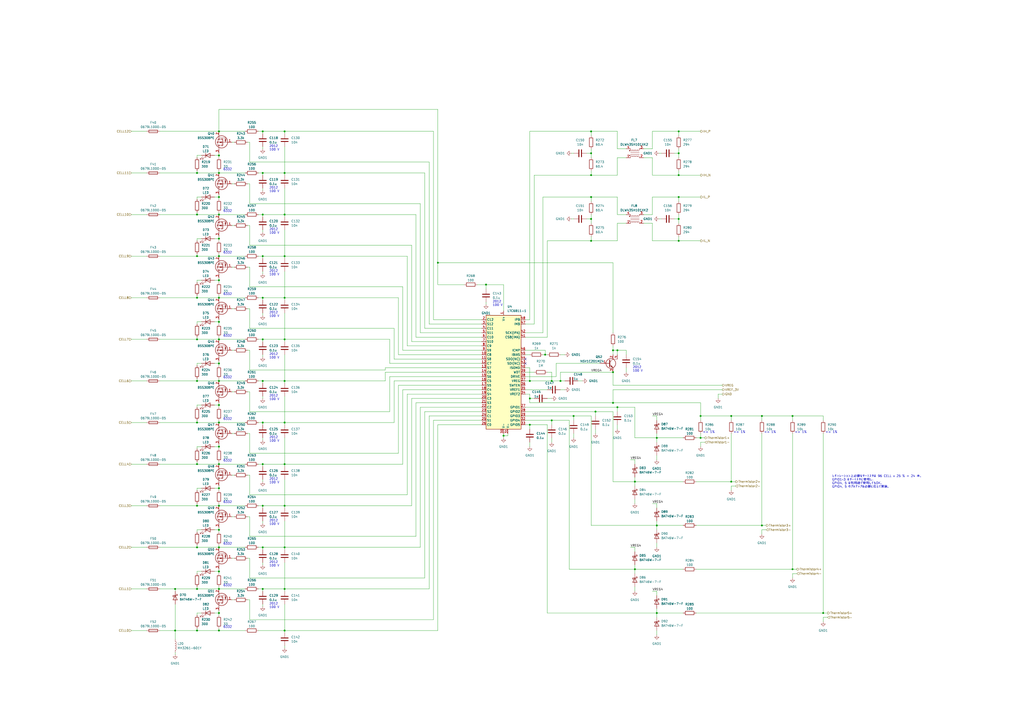
<source format=kicad_sch>
(kicad_sch (version 20230121) (generator eeschema)
  (paper "A2")
  (lib_symbols
    (symbol "Device:C" (pin_numbers hide) (pin_names (offset 0.254))
      (property "Reference" "C" (at 0.635 2.54 0))
      (property "Value" "C" (at 0.635 -2.54 0))
      (symbol "C_1_1"
        (pin passive line (at 0 3.81 270) (length 2.794) (name "~") (number "1"))
        (pin passive line (at 0 -3.81 90) (length 2.794) (name "~") (number "2"))
      )
    )
    (symbol "Device:LED" (pin_numbers hide) (pin_names (offset 1.016) hide)
      (property "Reference" "D" (at 0 2.54 0))
      (property "Value" "LED" (at 0 -2.54 0))
      (symbol "LED_1_1"
        (pin passive line (at -3.81 0 0) (length 2.54) (name "K") (number "1"))
        (pin passive line (at 3.81 0 180) (length 2.54) (name "A") (number "2"))
      )
    )
    (symbol "Device:R" (pin_numbers hide) (pin_names (offset 0))
      (property "Reference" "R" (at 2.032 0 90))
      (property "Value" "R" (at 0 0 90))
      (symbol "R_1_1"
        (pin passive line (at 0 3.81 270) (length 1.27) (name "~") (number "1"))
        (pin passive line (at 0 -3.81 90) (length 1.27) (name "~") (number "2"))
      )
    )
    (symbol "ProjectEV:BatteryManagement_LTC6811-1"
      (property "Reference" "U" (at -10.16 34.29 0))
      (property "Value" "LTC6811-1" (at -16.51 -34.29 0))
      (symbol "BatteryManagement_LTC6811-1_1_1"
        (pin power_in line (at 0 35.56 270) (length 2.54) (name "V+") (number "1"))
        (pin input line (at -12.7 10.16 0) (length 2.54) (name "C8") (number "10"))
        (pin bidirectional line (at -12.7 7.62 0) (length 2.54) (name "S8") (number "11"))
        (pin input line (at -12.7 5.08 0) (length 2.54) (name "C7") (number "12"))
        (pin bidirectional line (at -12.7 2.54 0) (length 2.54) (name "S7") (number "13"))
        (pin input line (at -12.7 0 0) (length 2.54) (name "C6") (number "14"))
        (pin bidirectional line (at -12.7 -2.54 0) (length 2.54) (name "S6") (number "15"))
        (pin input line (at -12.7 -5.08 0) (length 2.54) (name "C5") (number "16"))
        (pin bidirectional line (at -12.7 -7.62 0) (length 2.54) (name "S5") (number "17"))
        (pin input line (at -12.7 -10.16 0) (length 2.54) (name "C4") (number "18"))
        (pin bidirectional line (at -12.7 -12.7 0) (length 2.54) (name "S4") (number "19"))
        (pin input line (at -12.7 30.48 0) (length 2.54) (name "C12") (number "2"))
        (pin input line (at -12.7 -15.24 0) (length 2.54) (name "C3") (number "20"))
        (pin bidirectional line (at -12.7 -17.78 0) (length 2.54) (name "S3") (number "21"))
        (pin input line (at -12.7 -20.32 0) (length 2.54) (name "C2") (number "22"))
        (pin bidirectional line (at -12.7 -22.86 0) (length 2.54) (name "S2") (number "23"))
        (pin input line (at -12.7 -25.4 0) (length 2.54) (name "C1") (number "24"))
        (pin bidirectional line (at -12.7 -27.94 0) (length 2.54) (name "S1") (number "25"))
        (pin input line (at -12.7 -30.48 0) (length 2.54) (name "C0") (number "26"))
        (pin bidirectional line (at 12.7 -20.32 180) (length 2.54) (name "GPIO1") (number "27"))
        (pin bidirectional line (at 12.7 -22.86 180) (length 2.54) (name "GPIO2") (number "28"))
        (pin bidirectional line (at 12.7 -25.4 180) (length 2.54) (name "GPIO3") (number "29"))
        (pin bidirectional line (at -12.7 27.94 0) (length 2.54) (name "S12") (number "3"))
        (pin passive line (at 0 -35.56 90) (length 2.54) (name "V-") (number "30"))
        (pin passive line (at 2.54 -35.56 90) (length 2.54) (name "V-") (number "31"))
        (pin bidirectional line (at 12.7 -27.94 180) (length 2.54) (name "GPIO4") (number "32"))
        (pin bidirectional line (at 12.7 -30.48 180) (length 2.54) (name "GPIO5") (number "33"))
        (pin output line (at 12.7 -12.7 180) (length 2.54) (name "VREF2") (number "34"))
        (pin output line (at 12.7 -10.16 180) (length 2.54) (name "VREF1") (number "35"))
        (pin input line (at 12.7 -7.62 180) (length 2.54) (name "SWTEN") (number "36"))
        (pin input line (at 12.7 -5.08 180) (length 2.54) (name "VREG") (number "37"))
        (pin output line (at 12.7 -2.54 180) (length 2.54) (name "DRIVE") (number "38"))
        (pin output line (at 12.7 0 180) (length 2.54) (name "WDT") (number "39"))
        (pin input line (at -12.7 25.4 0) (length 2.54) (name "C11") (number "4"))
        (pin input line (at 12.7 2.54 180) (length 2.54) (name "ISOMD") (number "40"))
        (pin bidirectional line (at 12.7 20.32 180) (length 2.54) (name "CSB(IMA)") (number "41"))
        (pin bidirectional line (at 12.7 22.86 180) (length 2.54) (name "SCK(IPA)") (number "42"))
        (pin input line (at 12.7 5.08 180) (length 2.54) (name "SDI(NC)") (number "43"))
        (pin open_collector line (at 12.7 7.62 180) (length 2.54) (name "SDO(NC)") (number "44"))
        (pin passive line (at 12.7 10.16 180) (length 2.54) (name "IBIAS") (number "45"))
        (pin passive line (at 12.7 12.7 180) (length 2.54) (name "ICMP") (number "46"))
        (pin bidirectional line (at 12.7 27.94 180) (length 2.54) (name "IMB") (number "47"))
        (pin bidirectional line (at 12.7 30.48 180) (length 2.54) (name "IPB") (number "48"))
        (pin bidirectional line (at -12.7 22.86 0) (length 2.54) (name "S11") (number "5"))
        (pin input line (at -12.7 20.32 0) (length 2.54) (name "C10") (number "6"))
        (pin bidirectional line (at -12.7 17.78 0) (length 2.54) (name "S10") (number "7"))
        (pin input line (at -12.7 15.24 0) (length 2.54) (name "C9") (number "8"))
        (pin bidirectional line (at -12.7 12.7 0) (length 2.54) (name "S9") (number "9"))
      )
    )
    (symbol "ProjectEV:CommonModeChoke_DLW43SH101" (pin_names (offset 0.254) hide)
      (property "Reference" "FL" (at 0 4.445 0))
      (property "Value" "DLW43SH101" (at 0 -4.445 0))
      (symbol "CommonModeChoke_DLW43SH101_1_1"
        (pin passive line (at -5.08 -2.54 0) (length 2.54) (name "1") (number "1"))
        (pin passive line (at 5.08 -2.54 180) (length 2.54) (name "2") (number "2"))
        (pin passive line (at 5.08 2.54 180) (length 2.54) (name "3") (number "3"))
        (pin passive line (at -5.08 2.54 0) (length 2.54) (name "4") (number "4"))
      )
    )
    (symbol "ProjectEV:D_BAT46W-7-F" (pin_numbers hide) (pin_names (offset 1.016) hide)
      (property "Reference" "D" (at 0 2.54 0))
      (property "Value" "BAT46W-7-F" (at 0 -2.54 0))
      (symbol "D_BAT46W-7-F_1_1"
        (pin passive line (at -3.81 0 0) (length 2.54) (name "K") (number "1"))
        (pin passive line (at 3.81 0 180) (length 2.54) (name "A") (number "2"))
      )
    )
    (symbol "ProjectEV:Fuse_0679L1000-05" (pin_numbers hide) (pin_names (offset 0))
      (property "Reference" "F" (at 2.032 0 90))
      (property "Value" "0679L1000-05" (at -1.905 0 90))
      (symbol "Fuse_0679L1000-05_1_1"
        (pin passive line (at 0 3.81 270) (length 1.27) (name "~") (number "1"))
        (pin passive line (at 0 -3.81 90) (length 1.27) (name "~") (number "2"))
      )
    )
    (symbol "ProjectEV:GND4" (power) (pin_names (offset 0))
      (property "Value" "GND4" (at 0 -3.81 0))
      (symbol "GND4_1_1"
        (pin power_in line (at 0 0 270) (length 0) hide (name "GND1") (number "1"))
      )
    )
    (symbol "ProjectEV:L_MH3261" (pin_numbers hide) (pin_names (offset 1.016) hide)
      (property "Reference" "L" (at -1.27 0 90))
      (property "Value" "MH3261" (at 1.905 0 90))
      (symbol "L_MH3261_1_1"
        (pin passive line (at 0 3.81 270) (length 1.27) (name "1") (number "1"))
        (pin passive line (at 0 -3.81 90) (length 1.27) (name "2") (number "2"))
      )
    )
    (symbol "ProjectEV:Transistor_BSS308PE" (pin_names (offset 0) hide)
      (property "Reference" "Q" (at 5.08 1.27 0))
      (property "Value" "BSS308PE" (at 5.08 -1.27 0))
      (symbol "Transistor_BSS308PE_1_1"
        (pin input line (at -5.08 0 0) (length 2.54) (name "G") (number "1"))
        (pin passive line (at 2.54 -6.35 90) (length 2.54) (name "S") (number "2"))
        (pin passive line (at 2.54 6.35 270) (length 2.54) (name "D") (number "3"))
      )
    )
    (symbol "ProjectEV:Transistor_NSV1C201MZ4" (pin_names (offset 0) hide)
      (property "Reference" "Q" (at 5.08 1.27 0))
      (property "Value" "NSV1C201MZ4" (at 5.08 -1.27 0))
      (symbol "Transistor_NSV1C201MZ4_1_1"
        (pin passive line (at -5.08 0 0) (length 5.715) (name "B") (number "1"))
        (pin passive line (at 2.54 5.08 270) (length 2.54) (name "C") (number "2"))
        (pin passive line (at 2.54 -5.08 90) (length 2.54) (name "E") (number "3"))
        (pin passive line (at 5.08 5.08 270) (length 2.54) (name "C") (number "4"))
      )
    )
  )
  (junction (at 127 114.3))
  (junction (at 342.9 76.2))
  (junction (at 393.7 114.3))
  (junction (at 368.3 330.2))
  (junction (at 424.18 241.3))
  (junction (at 320.04 243.84))
  (junction (at 459.74 330.2))
  (junction (at 114.3 196.85))
  (junction (at 127 283.21))
  (junction (at 165.1 172.72))
  (junction (at 165.1 76.2))
  (junction (at 368.3 279.4))
  (junction (at 281.94 165.1))
  (junction (at 355.6 203.2))
  (junction (at 127 196.85))
  (junction (at 152.4 148.59))
  (junction (at 127 269.24))
  (junction (at 165.1 196.85))
  (junction (at 424.18 279.4))
  (junction (at 332.74 241.3))
  (junction (at 307.34 231.14))
  (junction (at 393.7 127))
  (junction (at 152.4 100.33))
  (junction (at 114.3 148.59))
  (junction (at 127 365.76))
  (junction (at 127 259.08))
  (junction (at 381 304.8))
  (junction (at 459.74 241.3))
  (junction (at 393.7 139.7))
  (junction (at 320.04 220.98))
  (junction (at 381 355.6))
  (junction (at 165.1 100.33))
  (junction (at 127 234.95))
  (junction (at 406.4 241.3))
  (junction (at 393.7 101.6))
  (junction (at 127 90.17))
  (junction (at 152.4 196.85))
  (junction (at 127 293.37))
  (junction (at 101.6 341.63))
  (junction (at 114.3 293.37))
  (junction (at 165.1 245.11))
  (junction (at 127 76.2))
  (junction (at 114.3 341.63))
  (junction (at 381 254))
  (junction (at 342.9 139.7))
  (junction (at 393.7 76.2))
  (junction (at 342.9 127))
  (junction (at 165.1 269.24))
  (junction (at 152.4 293.37))
  (junction (at 441.96 304.8))
  (junction (at 114.3 269.24))
  (junction (at 114.3 172.72))
  (junction (at 127 138.43))
  (junction (at 152.4 172.72))
  (junction (at 127 245.11))
  (junction (at 152.4 220.98))
  (junction (at 292.1 252.73))
  (junction (at 165.1 124.46))
  (junction (at 127 172.72))
  (junction (at 114.3 100.33))
  (junction (at 152.4 76.2))
  (junction (at 254 152.4))
  (junction (at 127 210.82))
  (junction (at 152.4 269.24))
  (junction (at 114.3 220.98))
  (junction (at 316.23 205.74))
  (junction (at 152.4 124.46))
  (junction (at 342.9 101.6))
  (junction (at 152.4 317.5))
  (junction (at 127 148.59))
  (junction (at 165.1 148.59))
  (junction (at 355.6 215.9))
  (junction (at 358.14 236.22))
  (junction (at 114.3 245.11))
  (junction (at 307.34 246.38))
  (junction (at 441.96 241.3))
  (junction (at 165.1 293.37))
  (junction (at 127 124.46))
  (junction (at 114.3 317.5))
  (junction (at 101.6 365.76))
  (junction (at 152.4 245.11))
  (junction (at 355.6 233.68))
  (junction (at 127 331.47))
  (junction (at 165.1 220.98))
  (junction (at 127 355.6))
  (junction (at 127 162.56))
  (junction (at 393.7 88.9))
  (junction (at 127 341.63))
  (junction (at 358.14 203.2))
  (junction (at 152.4 341.63))
  (junction (at 165.1 365.76))
  (junction (at 345.44 238.76))
  (junction (at 114.3 124.46))
  (junction (at 127 220.98))
  (junction (at 342.9 114.3))
  (junction (at 165.1 317.5))
  (junction (at 406.4 254))
  (junction (at 114.3 365.76))
  (junction (at 165.1 341.63))
  (junction (at 127 100.33))
  (junction (at 307.34 220.98))
  (junction (at 342.9 88.9))
  (junction (at 127 307.34))
  (junction (at 325.12 220.98))
  (junction (at 127 186.69))
  (junction (at 477.52 355.6))
  (junction (at 127 317.5))
  (no_connect (at 304.8 208.28))
  (no_connect (at 304.8 210.82))
  (wire (pts (xy 317.5 246.38) (xy 307.34 246.38)))
  (wire (pts (xy 134.62 299.72) (xy 135.89 299.72)))
  (wire (pts (xy 76.2 245.11) (xy 85.09 245.11)))
  (wire (pts (xy 152.4 205.74) (xy 152.4 207.01)))
  (wire (pts (xy 127 172.72) (xy 127 171.45)))
  (wire (pts (xy 368.3 279.4) (xy 396.24 279.4)))
  (wire (pts (xy 381 314.96) (xy 381 317.5)))
  (wire (pts (xy 143.51 275.59) (xy 144.78 275.59)))
  (wire (pts (xy 92.71 196.85) (xy 114.3 196.85)))
  (wire (pts (xy 365.76 266.7) (xy 368.3 266.7)))
  (wire (pts (xy 152.4 293.37) (xy 152.4 294.64)))
  (wire (pts (xy 152.4 229.87) (xy 152.4 231.14)))
  (wire (pts (xy 248.92 241.3) (xy 248.92 341.63)))
  (wire (pts (xy 381 342.9) (xy 381 345.44)))
  (wire (pts (xy 248.92 187.96) (xy 279.4 187.96)))
  (wire (pts (xy 238.76 198.12) (xy 279.4 198.12)))
  (wire (pts (xy 236.22 287.02) (xy 236.22 228.6)))
  (wire (pts (xy 149.86 148.59) (xy 152.4 148.59)))
  (wire (pts (xy 279.4 220.98) (xy 228.6 220.98)))
  (wire (pts (xy 393.7 137.16) (xy 393.7 139.7)))
  (wire (pts (xy 134.62 251.46) (xy 135.89 251.46)))
  (wire (pts (xy 358.14 236.22) (xy 358.14 238.76)))
  (wire (pts (xy 114.3 365.76) (xy 127 365.76)))
  (wire (pts (xy 477.52 360.68) (xy 477.52 358.14)))
  (wire (pts (xy 304.8 187.96) (xy 309.88 187.96)))
  (wire (pts (xy 127 283.21) (xy 127 284.48)))
  (wire (pts (xy 477.52 358.14) (xy 480.06 358.14)))
  (wire (pts (xy 345.44 238.76) (xy 304.8 238.76)))
  (wire (pts (xy 165.1 157.48) (xy 165.1 172.72)))
  (wire (pts (xy 165.1 365.76) (xy 165.1 350.52)))
  (wire (pts (xy 381 302.26) (xy 381 304.8)))
  (wire (pts (xy 127 317.5) (xy 142.24 317.5)))
  (wire (pts (xy 144.78 311.15) (xy 241.3 311.15)))
  (wire (pts (xy 143.51 323.85) (xy 144.78 323.85)))
  (wire (pts (xy 373.38 124.46) (xy 378.46 124.46)))
  (wire (pts (xy 143.51 227.33) (xy 144.78 227.33)))
  (wire (pts (xy 127 317.5) (xy 127 316.23)))
  (wire (pts (xy 92.71 148.59) (xy 114.3 148.59)))
  (wire (pts (xy 314.96 114.3) (xy 342.9 114.3)))
  (wire (pts (xy 403.86 279.4) (xy 424.18 279.4)))
  (wire (pts (xy 134.62 203.2) (xy 135.89 203.2)))
  (wire (pts (xy 127 161.29) (xy 127 162.56)))
  (wire (pts (xy 127 124.46) (xy 142.24 124.46)))
  (wire (pts (xy 152.4 269.24) (xy 152.4 270.51)))
  (wire (pts (xy 243.84 317.5) (xy 165.1 317.5)))
  (wire (pts (xy 228.6 208.28) (xy 279.4 208.28)))
  (wire (pts (xy 144.78 142.24) (xy 238.76 142.24)))
  (wire (pts (xy 276.86 165.1) (xy 281.94 165.1)))
  (wire (pts (xy 143.51 299.72) (xy 144.78 299.72)))
  (wire (pts (xy 127 365.76) (xy 142.24 365.76)))
  (wire (pts (xy 403.86 304.8) (xy 441.96 304.8)))
  (wire (pts (xy 358.14 101.6) (xy 358.14 91.44)))
  (wire (pts (xy 355.6 203.2) (xy 355.6 205.74)))
  (wire (pts (xy 116.84 355.6) (xy 114.3 355.6)))
  (wire (pts (xy 152.4 133.35) (xy 152.4 134.62)))
  (wire (pts (xy 254 365.76) (xy 165.1 365.76)))
  (wire (pts (xy 144.78 190.5) (xy 228.6 190.5)))
  (wire (pts (xy 114.3 267.97) (xy 114.3 269.24)))
  (wire (pts (xy 279.4 246.38) (xy 254 246.38)))
  (wire (pts (xy 152.4 245.11) (xy 152.4 246.38)))
  (wire (pts (xy 152.4 254) (xy 152.4 255.27)))
  (wire (pts (xy 165.1 220.98) (xy 165.1 222.25)))
  (wire (pts (xy 144.78 106.68) (xy 144.78 118.11)))
  (wire (pts (xy 419.1 223.52) (xy 355.6 223.52)))
  (wire (pts (xy 149.86 76.2) (xy 152.4 76.2)))
  (wire (pts (xy 149.86 100.33) (xy 152.4 100.33)))
  (wire (pts (xy 223.52 220.98) (xy 165.1 220.98)))
  (wire (pts (xy 165.1 341.63) (xy 165.1 342.9)))
  (wire (pts (xy 134.62 82.55) (xy 135.89 82.55)))
  (wire (pts (xy 127 124.46) (xy 127 123.19)))
  (wire (pts (xy 424.18 281.94) (xy 426.72 281.94)))
  (wire (pts (xy 134.62 154.94) (xy 135.89 154.94)))
  (wire (pts (xy 149.86 293.37) (xy 152.4 293.37)))
  (wire (pts (xy 416.56 231.14) (xy 416.56 228.6)))
  (wire (pts (xy 143.51 203.2) (xy 144.78 203.2)))
  (wire (pts (xy 114.3 243.84) (xy 114.3 245.11)))
  (wire (pts (xy 307.34 228.6) (xy 304.8 228.6)))
  (wire (pts (xy 231.14 205.74) (xy 231.14 172.72)))
  (wire (pts (xy 127 330.2) (xy 127 331.47)))
  (wire (pts (xy 358.14 203.2) (xy 358.14 205.74)))
  (wire (pts (xy 114.3 220.98) (xy 127 220.98)))
  (wire (pts (xy 127 76.2) (xy 142.24 76.2)))
  (wire (pts (xy 365.76 317.5) (xy 368.3 317.5)))
  (wire (pts (xy 477.52 355.6) (xy 480.06 355.6)))
  (wire (pts (xy 114.3 172.72) (xy 127 172.72)))
  (wire (pts (xy 165.1 269.24) (xy 165.1 270.51)))
  (wire (pts (xy 378.46 342.9) (xy 381 342.9)))
  (wire (pts (xy 144.78 275.59) (xy 144.78 287.02)))
  (wire (pts (xy 233.68 269.24) (xy 165.1 269.24)))
  (wire (pts (xy 165.1 278.13) (xy 165.1 293.37)))
  (wire (pts (xy 381 304.8) (xy 342.9 304.8)))
  (wire (pts (xy 459.74 330.2) (xy 462.28 330.2)))
  (wire (pts (xy 381 304.8) (xy 381 307.34)))
  (wire (pts (xy 320.04 243.84) (xy 320.04 246.38)))
  (wire (pts (xy 378.46 292.1) (xy 381 292.1)))
  (wire (pts (xy 317.5 231.14) (xy 320.04 231.14)))
  (wire (pts (xy 92.71 172.72) (xy 114.3 172.72)))
  (wire (pts (xy 127 137.16) (xy 127 138.43)))
  (wire (pts (xy 368.3 254) (xy 368.3 236.22)))
  (wire (pts (xy 441.96 304.8) (xy 444.5 304.8)))
  (wire (pts (xy 76.2 172.72) (xy 85.09 172.72)))
  (wire (pts (xy 114.3 99.06) (xy 114.3 100.33)))
  (wire (pts (xy 134.62 347.98) (xy 135.89 347.98)))
  (wire (pts (xy 342.9 241.3) (xy 332.74 241.3)))
  (wire (pts (xy 304.8 220.98) (xy 307.34 220.98)))
  (wire (pts (xy 116.84 307.34) (xy 114.3 307.34)))
  (wire (pts (xy 144.78 262.89) (xy 231.14 262.89)))
  (wire (pts (xy 134.62 323.85) (xy 135.89 323.85)))
  (wire (pts (xy 114.3 219.71) (xy 114.3 220.98)))
  (wire (pts (xy 304.8 246.38) (xy 307.34 246.38)))
  (wire (pts (xy 127 354.33) (xy 127 355.6)))
  (wire (pts (xy 114.3 245.11) (xy 127 245.11)))
  (wire (pts (xy 378.46 91.44) (xy 373.38 91.44)))
  (wire (pts (xy 114.3 196.85) (xy 127 196.85)))
  (wire (pts (xy 342.9 137.16) (xy 342.9 139.7)))
  (wire (pts (xy 226.06 210.82) (xy 226.06 196.85)))
  (wire (pts (xy 393.7 76.2) (xy 393.7 78.74)))
  (wire (pts (xy 459.74 332.74) (xy 462.28 332.74)))
  (wire (pts (xy 393.7 86.36) (xy 393.7 88.9)))
  (wire (pts (xy 419.1 226.06) (xy 355.6 226.06)))
  (wire (pts (xy 152.4 196.85) (xy 152.4 198.12)))
  (wire (pts (xy 238.76 142.24) (xy 238.76 198.12)))
  (wire (pts (xy 331.47 88.9) (xy 332.74 88.9)))
  (wire (pts (xy 134.62 179.07) (xy 135.89 179.07)))
  (wire (pts (xy 416.56 228.6) (xy 419.1 228.6)))
  (wire (pts (xy 325.12 215.9) (xy 325.12 220.98)))
  (wire (pts (xy 330.2 330.2) (xy 368.3 330.2)))
  (wire (pts (xy 368.3 289.56) (xy 368.3 292.1)))
  (wire (pts (xy 124.46 307.34) (xy 127 307.34)))
  (wire (pts (xy 144.78 347.98) (xy 144.78 359.41)))
  (wire (pts (xy 251.46 76.2) (xy 165.1 76.2)))
  (wire (pts (xy 393.7 139.7) (xy 378.46 139.7)))
  (wire (pts (xy 459.74 251.46) (xy 459.74 330.2)))
  (wire (pts (xy 165.1 245.11) (xy 228.6 245.11)))
  (wire (pts (xy 116.84 90.17) (xy 114.3 90.17)))
  (wire (pts (xy 149.86 245.11) (xy 152.4 245.11)))
  (wire (pts (xy 165.1 317.5) (xy 165.1 318.77)))
  (wire (pts (xy 459.74 241.3) (xy 477.52 241.3)))
  (wire (pts (xy 231.14 223.52) (xy 279.4 223.52)))
  (wire (pts (xy 243.84 193.04) (xy 279.4 193.04)))
  (wire (pts (xy 279.4 195.58) (xy 241.3 195.58)))
  (wire (pts (xy 396.24 355.6) (xy 381 355.6)))
  (wire (pts (xy 127 307.34) (xy 127 308.61)))
  (wire (pts (xy 114.3 90.17) (xy 114.3 91.44)))
  (wire (pts (xy 281.94 165.1) (xy 292.1 165.1)))
  (wire (pts (xy 251.46 185.42) (xy 251.46 76.2)))
  (wire (pts (xy 152.4 196.85) (xy 165.1 196.85)))
  (wire (pts (xy 355.6 193.04) (xy 355.6 152.4)))
  (wire (pts (xy 424.18 243.84) (xy 424.18 241.3)))
  (wire (pts (xy 317.5 355.6) (xy 317.5 246.38)))
  (wire (pts (xy 127 148.59) (xy 127 147.32)))
  (wire (pts (xy 391.16 88.9) (xy 393.7 88.9)))
  (wire (pts (xy 114.3 340.36) (xy 114.3 341.63)))
  (wire (pts (xy 363.22 205.74) (xy 363.22 203.2)))
  (wire (pts (xy 358.14 114.3) (xy 358.14 124.46)))
  (wire (pts (xy 152.4 350.52) (xy 152.4 351.79)))
  (wire (pts (xy 114.3 331.47) (xy 114.3 332.74)))
  (wire (pts (xy 441.96 309.88) (xy 441.96 307.34)))
  (wire (pts (xy 149.86 341.63) (xy 152.4 341.63)))
  (wire (pts (xy 116.84 210.82) (xy 114.3 210.82)))
  (wire (pts (xy 292.1 165.1) (xy 292.1 180.34)))
  (wire (pts (xy 223.52 215.9) (xy 223.52 220.98)))
  (wire (pts (xy 144.78 93.98) (xy 248.92 93.98)))
  (wire (pts (xy 127 245.11) (xy 127 243.84)))
  (wire (pts (xy 127 365.76) (xy 127 364.49)))
  (wire (pts (xy 241.3 195.58) (xy 241.3 124.46)))
  (wire (pts (xy 116.84 162.56) (xy 114.3 162.56)))
  (wire (pts (xy 381 355.6) (xy 381 358.14)))
  (wire (pts (xy 144.78 166.37) (xy 233.68 166.37)))
  (wire (pts (xy 228.6 190.5) (xy 228.6 208.28)))
  (wire (pts (xy 368.3 236.22) (xy 358.14 236.22)))
  (wire (pts (xy 342.9 76.2) (xy 342.9 78.74)))
  (wire (pts (xy 281.94 165.1) (xy 281.94 167.64)))
  (wire (pts (xy 144.78 323.85) (xy 144.78 335.28)))
  (wire (pts (xy 114.3 124.46) (xy 127 124.46)))
  (wire (pts (xy 281.94 175.26) (xy 281.94 176.53)))
  (wire (pts (xy 127 269.24) (xy 142.24 269.24)))
  (wire (pts (xy 134.62 130.81) (xy 135.89 130.81)))
  (wire (pts (xy 152.4 100.33) (xy 152.4 101.6)))
  (wire (pts (xy 165.1 181.61) (xy 165.1 196.85)))
  (wire (pts (xy 144.78 227.33) (xy 144.78 238.76)))
  (wire (pts (xy 368.3 327.66) (xy 368.3 330.2)))
  (wire (pts (xy 342.9 139.7) (xy 358.14 139.7)))
  (wire (pts (xy 378.46 86.36) (xy 378.46 76.2)))
  (wire (pts (xy 114.3 317.5) (xy 127 317.5)))
  (wire (pts (xy 152.4 109.22) (xy 152.4 110.49)))
  (wire (pts (xy 152.4 100.33) (xy 165.1 100.33)))
  (wire (pts (xy 127 293.37) (xy 127 292.1)))
  (wire (pts (xy 127 63.5) (xy 254 63.5)))
  (wire (pts (xy 114.3 148.59) (xy 127 148.59)))
  (wire (pts (xy 340.36 127) (xy 342.9 127)))
  (wire (pts (xy 127 341.63) (xy 127 340.36)))
  (wire (pts (xy 223.52 213.36) (xy 279.4 213.36)))
  (wire (pts (xy 241.3 311.15) (xy 241.3 233.68)))
  (wire (pts (xy 246.38 190.5) (xy 246.38 100.33)))
  (wire (pts (xy 165.1 109.22) (xy 165.1 124.46)))
  (wire (pts (xy 393.7 101.6) (xy 378.46 101.6)))
  (wire (pts (xy 127 148.59) (xy 142.24 148.59)))
  (wire (pts (xy 406.4 256.54) (xy 408.94 256.54)))
  (wire (pts (xy 92.71 365.76) (xy 101.6 365.76)))
  (wire (pts (xy 116.84 138.43) (xy 114.3 138.43)))
  (wire (pts (xy 127 259.08) (xy 127 260.35)))
  (wire (pts (xy 363.22 213.36) (xy 363.22 215.9)))
  (wire (pts (xy 355.6 223.52) (xy 355.6 215.9)))
  (wire (pts (xy 424.18 241.3) (xy 441.96 241.3)))
  (wire (pts (xy 246.38 238.76) (xy 279.4 238.76)))
  (wire (pts (xy 114.3 147.32) (xy 114.3 148.59)))
  (wire (pts (xy 114.3 195.58) (xy 114.3 196.85)))
  (wire (pts (xy 304.8 205.74) (xy 307.34 205.74)))
  (wire (pts (xy 127 210.82) (xy 127 212.09)))
  (wire (pts (xy 165.1 365.76) (xy 165.1 367.03)))
  (wire (pts (xy 322.58 210.82) (xy 322.58 218.44)))
  (wire (pts (xy 127 90.17) (xy 127 91.44)))
  (wire (pts (xy 368.3 317.5) (xy 368.3 320.04)))
  (wire (pts (xy 279.4 215.9) (xy 223.52 215.9)))
  (wire (pts (xy 152.4 341.63) (xy 152.4 342.9)))
  (wire (pts (xy 143.51 154.94) (xy 144.78 154.94)))
  (wire (pts (xy 378.46 129.54) (xy 373.38 129.54)))
  (wire (pts (xy 144.78 179.07) (xy 144.78 190.5)))
  (wire (pts (xy 304.8 193.04) (xy 314.96 193.04)))
  (wire (pts (xy 358.14 139.7) (xy 358.14 129.54)))
  (wire (pts (xy 393.7 88.9) (xy 393.7 91.44)))
  (wire (pts (xy 152.4 124.46) (xy 152.4 125.73)))
  (wire (pts (xy 393.7 76.2) (xy 406.4 76.2)))
  (wire (pts (xy 149.86 196.85) (xy 152.4 196.85)))
  (wire (pts (xy 251.46 243.84) (xy 279.4 243.84)))
  (wire (pts (xy 406.4 259.08) (xy 406.4 256.54)))
  (wire (pts (xy 316.23 205.74) (xy 317.5 205.74)))
  (wire (pts (xy 152.4 148.59) (xy 152.4 149.86)))
  (wire (pts (xy 116.84 234.95) (xy 114.3 234.95)))
  (wire (pts (xy 127 186.69) (xy 127 187.96)))
  (wire (pts (xy 152.4 278.13) (xy 152.4 279.4)))
  (wire (pts (xy 307.34 213.36) (xy 307.34 220.98)))
  (wire (pts (xy 307.34 233.68) (xy 355.6 233.68)))
  (wire (pts (xy 381 292.1) (xy 381 294.64)))
  (wire (pts (xy 279.4 205.74) (xy 231.14 205.74)))
  (wire (pts (xy 424.18 241.3) (xy 406.4 241.3)))
  (wire (pts (xy 152.4 172.72) (xy 152.4 173.99)))
  (wire (pts (xy 124.46 355.6) (xy 127 355.6)))
  (wire (pts (xy 279.4 231.14) (xy 238.76 231.14)))
  (wire (pts (xy 116.84 283.21) (xy 114.3 283.21)))
  (wire (pts (xy 76.2 124.46) (xy 85.09 124.46)))
  (wire (pts (xy 317.5 139.7) (xy 317.5 195.58)))
  (wire (pts (xy 307.34 220.98) (xy 320.04 220.98)))
  (wire (pts (xy 243.84 236.22) (xy 243.84 317.5)))
  (wire (pts (xy 355.6 152.4) (xy 254 152.4)))
  (wire (pts (xy 382.27 88.9) (xy 383.54 88.9)))
  (wire (pts (xy 152.4 181.61) (xy 152.4 182.88)))
  (wire (pts (xy 165.1 374.65) (xy 165.1 375.92)))
  (wire (pts (xy 149.86 172.72) (xy 152.4 172.72)))
  (wire (pts (xy 76.2 148.59) (xy 85.09 148.59)))
  (wire (pts (xy 355.6 203.2) (xy 358.14 203.2)))
  (wire (pts (xy 304.8 213.36) (xy 307.34 213.36)))
  (wire (pts (xy 279.4 200.66) (xy 236.22 200.66)))
  (wire (pts (xy 236.22 228.6) (xy 279.4 228.6)))
  (wire (pts (xy 226.06 238.76) (xy 226.06 218.44)))
  (wire (pts (xy 393.7 99.06) (xy 393.7 101.6)))
  (wire (pts (xy 309.88 101.6) (xy 342.9 101.6)))
  (wire (pts (xy 231.14 262.89) (xy 231.14 223.52)))
  (wire (pts (xy 322.58 218.44) (xy 304.8 218.44)))
  (wire (pts (xy 342.9 304.8) (xy 342.9 241.3)))
  (wire (pts (xy 134.62 275.59) (xy 135.89 275.59)))
  (wire (pts (xy 304.8 243.84) (xy 320.04 243.84)))
  (wire (pts (xy 345.44 248.92) (xy 345.44 251.46)))
  (wire (pts (xy 279.4 241.3) (xy 248.92 241.3)))
  (wire (pts (xy 279.4 185.42) (xy 251.46 185.42)))
  (wire (pts (xy 124.46 114.3) (xy 127 114.3)))
  (wire (pts (xy 143.51 106.68) (xy 144.78 106.68)))
  (wire (pts (xy 292.1 251.46) (xy 292.1 252.73)))
  (wire (pts (xy 393.7 124.46) (xy 393.7 127)))
  (wire (pts (xy 124.46 162.56) (xy 127 162.56)))
  (wire (pts (xy 127 196.85) (xy 142.24 196.85)))
  (wire (pts (xy 345.44 238.76) (xy 355.6 238.76)))
  (wire (pts (xy 144.78 130.81) (xy 144.78 142.24)))
  (wire (pts (xy 330.2 243.84) (xy 330.2 330.2)))
  (wire (pts (xy 165.1 148.59) (xy 165.1 149.86)))
  (wire (pts (xy 381 355.6) (xy 317.5 355.6)))
  (wire (pts (xy 226.06 218.44) (xy 279.4 218.44)))
  (wire (pts (xy 127 76.2) (xy 127 63.5)))
  (wire (pts (xy 127 281.94) (xy 127 283.21)))
  (wire (pts (xy 127 341.63) (xy 142.24 341.63)))
  (wire (pts (xy 368.3 340.36) (xy 368.3 342.9)))
  (wire (pts (xy 165.1 196.85) (xy 165.1 198.12)))
  (wire (pts (xy 149.86 269.24) (xy 152.4 269.24)))
  (wire (pts (xy 127 257.81) (xy 127 259.08)))
  (wire (pts (xy 127 162.56) (xy 127 163.83)))
  (wire (pts (xy 441.96 307.34) (xy 444.5 307.34)))
  (wire (pts (xy 241.3 124.46) (xy 165.1 124.46)))
  (wire (pts (xy 124.46 210.82) (xy 127 210.82)))
  (wire (pts (xy 279.4 236.22) (xy 243.84 236.22)))
  (wire (pts (xy 393.7 101.6) (xy 406.4 101.6)))
  (wire (pts (xy 393.7 114.3) (xy 406.4 114.3)))
  (wire (pts (xy 114.3 293.37) (xy 127 293.37)))
  (wire (pts (xy 144.78 118.11) (xy 243.84 118.11)))
  (wire (pts (xy 92.71 245.11) (xy 114.3 245.11)))
  (wire (pts (xy 92.71 76.2) (xy 127 76.2)))
  (wire (pts (xy 391.16 127) (xy 393.7 127)))
  (wire (pts (xy 144.78 214.63) (xy 223.52 214.63)))
  (wire (pts (xy 114.3 123.19) (xy 114.3 124.46)))
  (wire (pts (xy 152.4 341.63) (xy 165.1 341.63)))
  (wire (pts (xy 127 113.03) (xy 127 114.3)))
  (wire (pts (xy 441.96 241.3) (xy 459.74 241.3)))
  (wire (pts (xy 233.68 166.37) (xy 233.68 203.2)))
  (wire (pts (xy 152.4 317.5) (xy 152.4 318.77)))
  (wire (pts (xy 114.3 269.24) (xy 127 269.24)))
  (wire (pts (xy 233.68 226.06) (xy 233.68 269.24)))
  (wire (pts (xy 254 152.4) (xy 254 165.1)))
  (wire (pts (xy 342.9 127) (xy 342.9 129.54)))
  (wire (pts (xy 477.52 251.46) (xy 477.52 355.6)))
  (wire (pts (xy 143.51 130.81) (xy 144.78 130.81)))
  (wire (pts (xy 165.1 76.2) (xy 165.1 77.47)))
  (wire (pts (xy 304.8 203.2) (xy 316.23 203.2)))
  (wire (pts (xy 342.9 114.3) (xy 342.9 116.84)))
  (wire (pts (xy 368.3 276.86) (xy 368.3 279.4)))
  (wire (pts (xy 358.14 86.36) (xy 363.22 86.36)))
  (wire (pts (xy 459.74 335.28) (xy 459.74 332.74)))
  (wire (pts (xy 76.2 76.2) (xy 85.09 76.2)))
  (wire (pts (xy 127 234.95) (xy 127 236.22)))
  (wire (pts (xy 279.4 210.82) (xy 226.06 210.82)))
  (wire (pts (xy 368.3 266.7) (xy 368.3 269.24)))
  (wire (pts (xy 165.1 254) (xy 165.1 269.24)))
  (wire (pts (xy 149.86 317.5) (xy 152.4 317.5)))
  (wire (pts (xy 294.64 252.73) (xy 292.1 252.73)))
  (wire (pts (xy 243.84 118.11) (xy 243.84 193.04)))
  (wire (pts (xy 292.1 252.73) (xy 292.1 254)))
  (wire (pts (xy 144.78 335.28) (xy 246.38 335.28)))
  (wire (pts (xy 342.9 139.7) (xy 317.5 139.7)))
  (wire (pts (xy 246.38 100.33) (xy 165.1 100.33)))
  (wire (pts (xy 424.18 279.4) (xy 426.72 279.4)))
  (wire (pts (xy 152.4 76.2) (xy 165.1 76.2)))
  (wire (pts (xy 116.84 331.47) (xy 114.3 331.47)))
  (wire (pts (xy 144.78 82.55) (xy 144.78 93.98)))
  (wire (pts (xy 325.12 226.06) (xy 327.66 226.06)))
  (wire (pts (xy 320.04 215.9) (xy 320.04 220.98)))
  (wire (pts (xy 403.86 330.2) (xy 459.74 330.2)))
  (wire (pts (xy 358.14 124.46) (xy 363.22 124.46)))
  (wire (pts (xy 406.4 233.68) (xy 406.4 241.3)))
  (wire (pts (xy 92.71 269.24) (xy 114.3 269.24)))
  (wire (pts (xy 236.22 148.59) (xy 165.1 148.59)))
  (wire (pts (xy 307.34 185.42) (xy 307.34 76.2)))
  (wire (pts (xy 382.27 127) (xy 383.54 127)))
  (wire (pts (xy 342.9 88.9) (xy 342.9 91.44)))
  (wire (pts (xy 127 245.11) (xy 142.24 245.11)))
  (wire (pts (xy 325.12 205.74) (xy 327.66 205.74)))
  (wire (pts (xy 114.3 210.82) (xy 114.3 212.09)))
  (wire (pts (xy 144.78 154.94) (xy 144.78 166.37)))
  (wire (pts (xy 294.64 251.46) (xy 294.64 252.73)))
  (wire (pts (xy 316.23 203.2) (xy 316.23 205.74)))
  (wire (pts (xy 152.4 317.5) (xy 165.1 317.5)))
  (wire (pts (xy 233.68 203.2) (xy 279.4 203.2)))
  (wire (pts (xy 101.6 341.63) (xy 114.3 341.63)))
  (wire (pts (xy 165.1 85.09) (xy 165.1 100.33)))
  (wire (pts (xy 223.52 214.63) (xy 223.52 213.36)))
  (wire (pts (xy 373.38 86.36) (xy 378.46 86.36)))
  (wire (pts (xy 459.74 241.3) (xy 459.74 243.84)))
  (wire (pts (xy 231.14 172.72) (xy 165.1 172.72)))
  (wire (pts (xy 144.78 359.41) (xy 251.46 359.41)))
  (wire (pts (xy 165.1 326.39) (xy 165.1 341.63)))
  (wire (pts (xy 381 241.3) (xy 381 243.84)))
  (wire (pts (xy 165.1 302.26) (xy 165.1 317.5)))
  (wire (pts (xy 355.6 279.4) (xy 368.3 279.4)))
  (wire (pts (xy 152.4 85.09) (xy 152.4 86.36)))
  (wire (pts (xy 127 233.68) (xy 127 234.95)))
  (wire (pts (xy 378.46 124.46) (xy 378.46 114.3)))
  (wire (pts (xy 358.14 129.54) (xy 363.22 129.54)))
  (wire (pts (xy 127 331.47) (xy 127 332.74)))
  (wire (pts (xy 144.78 251.46) (xy 144.78 262.89)))
  (wire (pts (xy 165.1 133.35) (xy 165.1 148.59)))
  (wire (pts (xy 304.8 215.9) (xy 309.88 215.9)))
  (wire (pts (xy 127 100.33) (xy 127 99.06)))
  (wire (pts (xy 144.78 203.2) (xy 144.78 214.63)))
  (wire (pts (xy 116.84 186.69) (xy 114.3 186.69)))
  (wire (pts (xy 76.2 100.33) (xy 85.09 100.33)))
  (wire (pts (xy 152.4 124.46) (xy 165.1 124.46)))
  (wire (pts (xy 127 185.42) (xy 127 186.69)))
  (wire (pts (xy 304.8 236.22) (xy 358.14 236.22)))
  (wire (pts (xy 76.2 293.37) (xy 85.09 293.37)))
  (wire (pts (xy 127 355.6) (xy 127 356.87)))
  (wire (pts (xy 393.7 127) (xy 393.7 129.54)))
  (wire (pts (xy 152.4 148.59) (xy 165.1 148.59)))
  (wire (pts (xy 114.3 292.1) (xy 114.3 293.37)))
  (wire (pts (xy 403.86 355.6) (xy 477.52 355.6)))
  (wire (pts (xy 241.3 233.68) (xy 279.4 233.68)))
  (wire (pts (xy 144.78 299.72) (xy 144.78 311.15)))
  (wire (pts (xy 149.86 365.76) (xy 165.1 365.76)))
  (wire (pts (xy 393.7 139.7) (xy 406.4 139.7)))
  (wire (pts (xy 368.3 330.2) (xy 368.3 332.74)))
  (wire (pts (xy 358.14 203.2) (xy 363.22 203.2)))
  (wire (pts (xy 114.3 316.23) (xy 114.3 317.5)))
  (wire (pts (xy 127 88.9) (xy 127 90.17)))
  (wire (pts (xy 92.71 293.37) (xy 114.3 293.37)))
  (wire (pts (xy 254 246.38) (xy 254 365.76)))
  (wire (pts (xy 307.34 256.54) (xy 307.34 259.08)))
  (wire (pts (xy 114.3 100.33) (xy 127 100.33)))
  (wire (pts (xy 124.46 331.47) (xy 127 331.47)))
  (wire (pts (xy 101.6 350.52) (xy 101.6 365.76)))
  (wire (pts (xy 345.44 241.3) (xy 345.44 238.76)))
  (wire (pts (xy 358.14 246.38) (xy 358.14 248.92)))
  (wire (pts (xy 368.3 254) (xy 381 254)))
  (wire (pts (xy 143.51 179.07) (xy 144.78 179.07)))
  (wire (pts (xy 378.46 114.3) (xy 393.7 114.3)))
  (wire (pts (xy 124.46 283.21) (xy 127 283.21)))
  (wire (pts (xy 368.3 330.2) (xy 396.24 330.2)))
  (wire (pts (xy 381 264.16) (xy 381 266.7)))
  (wire (pts (xy 238.76 231.14) (xy 238.76 293.37)))
  (wire (pts (xy 114.3 138.43) (xy 114.3 139.7)))
  (wire (pts (xy 152.4 302.26) (xy 152.4 303.53)))
  (wire (pts (xy 378.46 241.3) (xy 381 241.3)))
  (wire (pts (xy 406.4 254) (xy 403.86 254)))
  (wire (pts (xy 393.7 114.3) (xy 393.7 116.84)))
  (wire (pts (xy 381 365.76) (xy 381 368.3)))
  (wire (pts (xy 378.46 139.7) (xy 378.46 129.54)))
  (wire (pts (xy 152.4 220.98) (xy 165.1 220.98)))
  (wire (pts (xy 92.71 341.63) (xy 101.6 341.63)))
  (wire (pts (xy 378.46 76.2) (xy 393.7 76.2)))
  (wire (pts (xy 304.8 241.3) (xy 332.74 241.3)))
  (wire (pts (xy 114.3 355.6) (xy 114.3 356.87)))
  (wire (pts (xy 152.4 157.48) (xy 152.4 158.75)))
  (wire (pts (xy 304.8 185.42) (xy 307.34 185.42)))
  (wire (pts (xy 335.28 220.98) (xy 337.82 220.98)))
  (wire (pts (xy 92.71 317.5) (xy 114.3 317.5)))
  (wire (pts (xy 279.4 190.5) (xy 246.38 190.5)))
  (wire (pts (xy 76.2 220.98) (xy 85.09 220.98)))
  (wire (pts (xy 76.2 365.76) (xy 85.09 365.76)))
  (wire (pts (xy 314.96 205.74) (xy 316.23 205.74)))
  (wire (pts (xy 127 209.55) (xy 127 210.82)))
  (wire (pts (xy 114.3 234.95) (xy 114.3 236.22)))
  (wire (pts (xy 124.46 259.08) (xy 127 259.08)))
  (wire (pts (xy 378.46 101.6) (xy 378.46 91.44)))
  (wire (pts (xy 342.9 99.06) (xy 342.9 101.6)))
  (wire (pts (xy 76.2 341.63) (xy 85.09 341.63)))
  (wire (pts (xy 101.6 342.9) (xy 101.6 341.63)))
  (wire (pts (xy 101.6 365.76) (xy 101.6 370.84)))
  (wire (pts (xy 424.18 251.46) (xy 424.18 279.4)))
  (wire (pts (xy 76.2 196.85) (xy 85.09 196.85)))
  (wire (pts (xy 152.4 269.24) (xy 165.1 269.24)))
  (wire (pts (xy 406.4 241.3) (xy 406.4 243.84)))
  (wire (pts (xy 127 220.98) (xy 127 219.71)))
  (wire (pts (xy 381 254) (xy 381 256.54)))
  (wire (pts (xy 307.34 76.2) (xy 342.9 76.2)))
  (wire (pts (xy 320.04 254) (xy 320.04 256.54)))
  (wire (pts (xy 309.88 187.96) (xy 309.88 101.6)))
  (wire (pts (xy 355.6 233.68) (xy 406.4 233.68)))
  (wire (pts (xy 76.2 269.24) (xy 85.09 269.24)))
  (wire (pts (xy 406.4 254) (xy 408.94 254)))
  (wire (pts (xy 304.8 226.06) (xy 317.5 226.06)))
  (wire (pts (xy 124.46 234.95) (xy 127 234.95)))
  (wire (pts (xy 124.46 186.69) (xy 127 186.69)))
  (wire (pts (xy 320.04 243.84) (xy 330.2 243.84)))
  (wire (pts (xy 358.14 76.2) (xy 358.14 86.36)))
  (wire (pts (xy 441.96 251.46) (xy 441.96 304.8)))
  (wire (pts (xy 165.1 229.87) (xy 165.1 245.11)))
  (wire (pts (xy 396.24 304.8) (xy 381 304.8)))
  (wire (pts (xy 152.4 76.2) (xy 152.4 77.47)))
  (wire (pts (xy 236.22 200.66) (xy 236.22 148.59)))
  (wire (pts (xy 114.3 364.49) (xy 114.3 365.76)))
  (wire (pts (xy 332.74 251.46) (xy 332.74 254)))
  (wire (pts (xy 381 254) (xy 396.24 254)))
  (wire (pts (xy 124.46 90.17) (xy 127 90.17)))
  (wire (pts (xy 127 293.37) (xy 142.24 293.37)))
  (wire (pts (xy 342.9 76.2) (xy 358.14 76.2)))
  (wire (pts (xy 317.5 215.9) (xy 320.04 215.9)))
  (wire (pts (xy 114.3 307.34) (xy 114.3 308.61)))
  (wire (pts (xy 342.9 86.36) (xy 342.9 88.9)))
  (wire (pts (xy 152.4 172.72) (xy 165.1 172.72)))
  (wire (pts (xy 368.3 279.4) (xy 368.3 281.94)))
  (wire (pts (xy 134.62 227.33) (xy 135.89 227.33)))
  (wire (pts (xy 165.1 245.11) (xy 165.1 246.38)))
  (wire (pts (xy 307.34 231.14) (xy 309.88 231.14)))
  (wire (pts (xy 307.34 246.38) (xy 307.34 248.92)))
  (wire (pts (xy 92.71 220.98) (xy 114.3 220.98)))
  (wire (pts (xy 127 172.72) (xy 142.24 172.72)))
  (wire (pts (xy 114.3 162.56) (xy 114.3 163.83)))
  (wire (pts (xy 342.9 124.46) (xy 342.9 127)))
  (wire (pts (xy 325.12 220.98) (xy 327.66 220.98)))
  (wire (pts (xy 355.6 226.06) (xy 355.6 233.68)))
  (wire (pts (xy 165.1 100.33) (xy 165.1 101.6)))
  (wire (pts (xy 238.76 293.37) (xy 165.1 293.37)))
  (wire (pts (xy 114.3 283.21) (xy 114.3 284.48)))
  (wire (pts (xy 441.96 241.3) (xy 441.96 243.84)))
  (wire (pts (xy 76.2 317.5) (xy 85.09 317.5)))
  (wire (pts (xy 127 269.24) (xy 127 267.97)))
  (wire (pts (xy 114.3 114.3) (xy 114.3 115.57)))
  (wire (pts (xy 228.6 220.98) (xy 228.6 245.11)))
  (wire (pts (xy 127 114.3) (xy 127 115.57)))
  (wire (pts (xy 152.4 220.98) (xy 152.4 222.25)))
  (wire (pts (xy 307.34 231.14) (xy 307.34 228.6)))
  (wire (pts (xy 307.34 231.14) (xy 307.34 233.68)))
  (wire (pts (xy 226.06 196.85) (xy 165.1 196.85)))
  (wire (pts (xy 248.92 93.98) (xy 248.92 187.96)))
  (wire (pts (xy 143.51 82.55) (xy 144.78 82.55)))
  (wire (pts (xy 152.4 293.37) (xy 165.1 293.37)))
  (wire (pts (xy 248.92 341.63) (xy 165.1 341.63)))
  (wire (pts (xy 114.3 186.69) (xy 114.3 187.96)))
  (wire (pts (xy 127 100.33) (xy 142.24 100.33)))
  (wire (pts (xy 127 306.07) (xy 127 307.34)))
  (wire (pts (xy 152.4 326.39) (xy 152.4 327.66)))
  (wire (pts (xy 322.58 210.82) (xy 347.98 210.82)))
  (wire (pts (xy 127 138.43) (xy 127 139.7)))
  (wire (pts (xy 254 63.5) (xy 254 152.4)))
  (wire (pts (xy 279.4 226.06) (xy 233.68 226.06)))
  (wire (pts (xy 342.9 114.3) (xy 358.14 114.3)))
  (wire (pts (xy 355.6 238.76) (xy 355.6 279.4)))
  (wire (pts (xy 92.71 100.33) (xy 114.3 100.33)))
  (wire (pts (xy 144.78 287.02) (xy 236.22 287.02)))
  (wire (pts (xy 101.6 378.46) (xy 101.6 379.73)))
  (wire (pts (xy 92.71 124.46) (xy 114.3 124.46)))
  (wire (pts (xy 331.47 127) (xy 332.74 127)))
  (wire (pts (xy 114.3 259.08) (xy 114.3 260.35)))
  (wire (pts (xy 101.6 365.76) (xy 114.3 365.76)))
  (wire (pts (xy 152.4 245.11) (xy 165.1 245.11)))
  (wire (pts (xy 340.36 88.9) (xy 342.9 88.9)))
  (wire (pts (xy 143.51 347.98) (xy 144.78 347.98)))
  (wire (pts (xy 320.04 220.98) (xy 325.12 220.98)))
  (wire (pts (xy 355.6 200.66) (xy 355.6 203.2)))
  (wire (pts (xy 127 196.85) (xy 127 195.58)))
  (wire (pts (xy 144.78 238.76) (xy 226.06 238.76)))
  (wire (pts (xy 477.52 241.3) (xy 477.52 243.84)))
  (wire (pts (xy 114.3 171.45) (xy 114.3 172.72)))
  (wire (pts (xy 143.51 251.46) (xy 144.78 251.46)))
  (wire (pts (xy 381 251.46) (xy 381 254)))
  (wire (pts (xy 165.1 172.72) (xy 165.1 173.99)))
  (wire (pts (xy 304.8 195.58) (xy 317.5 195.58)))
  (wire (pts (xy 149.86 220.98) (xy 152.4 220.98)))
  (wire (pts (xy 424.18 284.48) (xy 424.18 281.94)))
  (wire (pts (xy 406.4 251.46) (xy 406.4 254)))
  (wire (pts (xy 381 353.06) (xy 381 355.6)))
  (wire (pts (xy 251.46 359.41) (xy 251.46 243.84)))
  (wire (pts (xy 116.84 114.3) (xy 114.3 114.3)))
  (wire (pts (xy 127 220.98) (xy 142.24 220.98)))
  (wire (pts (xy 165.1 205.74) (xy 165.1 220.98)))
  (wire (pts (xy 358.14 91.44) (xy 363.22 91.44)))
  (wire (pts (xy 114.3 341.63) (xy 127 341.63)))
  (wire (pts (xy 332.74 241.3) (xy 332.74 243.84)))
  (wire (pts (xy 149.86 124.46) (xy 152.4 124.46)))
  (wire (pts (xy 165.1 293.37) (xy 165.1 294.64)))
  (wire (pts (xy 355.6 215.9) (xy 325.12 215.9)))
  (wire (pts (xy 246.38 335.28) (xy 246.38 238.76)))
  (wire (pts (xy 116.84 259.08) (xy 114.3 259.08)))
  (wire (pts (xy 165.1 124.46) (xy 165.1 125.73)))
  (wire (pts (xy 314.96 193.04) (xy 314.96 114.3)))
  (wire (pts (xy 124.46 138.43) (xy 127 138.43)))
  (wire (pts (xy 134.62 106.68) (xy 135.89 106.68)))
  (wire (pts (xy 254 165.1) (xy 269.24 165.1)))
  (wire (pts (xy 342.9 101.6) (xy 358.14 101.6)))
  (text "2012\n100 V" (at 156.21 280.67 0) (effects (font (size 1.27 1.27)) (justify left bottom)))
  (text "2012\n100 V" (at 156.21 328.93 0) (effects (font (size 1.27 1.27)) (justify left bottom)))
  (text "6332" (at 129.54 99.06 0) (effects (font (size 1.27 1.27)) (justify left bottom)))
  (text "2012\n100 V" (at 156.21 111.76 0) (effects (font (size 1.27 1.27)) (justify left bottom)))
  (text "2012\n100 V" (at 156.21 353.06 0) (effects (font (size 1.27 1.27)) (justify left bottom)))
  (text "6332" (at 129.54 243.84 0) (effects (font (size 1.27 1.27)) (justify left bottom)))
  (text "6332" (at 129.54 123.19 0) (effects (font (size 1.27 1.27)) (justify left bottom)))
  (text "6332" (at 129.54 195.58 0) (effects (font (size 1.27 1.27)) (justify left bottom)))
  (text "2012\n100 V" (at 156.21 184.15 0) (effects (font (size 1.27 1.27)) (justify left bottom)))
  (text "2012\n100 V" (at 156.21 232.41 0) (effects (font (size 1.27 1.27)) (justify left bottom)))
  (text "6332" (at 129.54 147.32 0) (effects (font (size 1.27 1.27)) (justify left bottom)))
  (text "2012\n100 V" (at 156.21 208.28 0) (effects (font (size 1.27 1.27)) (justify left bottom)))
  (text "<= 1%" (at 425.45 251.46 0) (effects (font (size 1.27 1.27)) (justify left bottom)))
  (text "<= 1%" (at 443.23 251.46 0) (effects (font (size 1.27 1.27)) (justify left bottom)))
  (text "2012\n100 V" (at 156.21 304.8 0) (effects (font (size 1.27 1.27)) (justify left bottom)))
  (text "6332" (at 129.54 219.71 0) (effects (font (size 1.27 1.27)) (justify left bottom)))
  (text "<= 1%" (at 407.67 251.46 0) (effects (font (size 1.27 1.27)) (justify left bottom)))
  (text "2012\n100 V" (at 156.21 135.89 0) (effects (font (size 1.27 1.27)) (justify left bottom)))
  (text "6332" (at 129.54 364.49 0) (effects (font (size 1.27 1.27)) (justify left bottom)))
  (text "レギュレーション上必要なサーミスタは 96 CELL x 25 % = 24 本.\nGPIO1~3 をサーミスタに使用し、\nGPIO4, 5 は別用途で使用してもOK.\nGPIO4, 5 のプルアップは必要に応じて実装." (at 482.6 283.21 0) (effects (font (size 1.27 1.27)) (justify left bottom)))
  (text "6332" (at 129.54 316.23 0) (effects (font (size 1.27 1.27)) (justify left bottom)))
  (text "<= 1%" (at 478.79 251.46 0) (effects (font (size 1.27 1.27)) (justify left bottom)))
  (text "2012\n100 V" (at 156.21 256.54 0) (effects (font (size 1.27 1.27)) (justify left bottom)))
  (text "2012\n100 V" (at 156.21 87.63 0) (effects (font (size 1.27 1.27)) (justify left bottom)))
  (text "6332" (at 129.54 171.45 0) (effects (font (size 1.27 1.27)) (justify left bottom)))
  (text "6332" (at 129.54 340.36 0) (effects (font (size 1.27 1.27)) (justify left bottom)))
  (text "6332" (at 129.54 292.1 0) (effects (font (size 1.27 1.27)) (justify left bottom)))
  (text "6332" (at 129.54 267.97 0) (effects (font (size 1.27 1.27)) (justify left bottom)))
  (text "2012\n100 V" (at 156.21 160.02 0) (effects (font (size 1.27 1.27)) (justify left bottom)))
  (text "2012\n100 V" (at 367.03 215.9 0) (effects (font (size 1.27 1.27)) (justify left bottom)))
  (text "<= 1%" (at 461.01 251.46 0) (effects (font (size 1.27 1.27)) (justify left bottom)))
  (text "2012\n100 V" (at 285.75 177.8 0) (effects (font (size 1.27 1.27)) (justify left bottom)))
  (label "VREG4" (at 365.76 317.5 0))
  (label "VREG4" (at 365.76 266.7 0))
  (label "VREG4" (at 342.9 215.9 0))
  (label "VREG4" (at 378.46 241.3 0))
  (label "VREG4" (at 378.46 292.1 0))
  (label "VREG4" (at 378.46 342.9 0))
  (hierarchical_label "CELL6" (shape input) (at 76.2 220.98 180))
  (hierarchical_label "CELL11" (shape input) (at 76.2 100.33 180))
  (hierarchical_label "Thermistor4+" (shape output) (at 462.28 330.2 0))
  (hierarchical_label "Thermistor5+" (shape output) (at 480.06 355.6 0))
  (hierarchical_label "Thermistor1-" (shape input) (at 408.94 256.54 0))
  (hierarchical_label "CELL1" (shape input) (at 76.2 341.63 180))
  (hierarchical_label "CELL9" (shape input) (at 76.2 148.59 180))
  (hierarchical_label "CELL12" (shape input) (at 76.2 76.2 180))
  (hierarchical_label "Thermistor5-" (shape input) (at 480.06 358.14 0))
  (hierarchical_label "Thermistor2-" (shape input) (at 426.72 281.94 0))
  (hierarchical_label "IL_N" (shape output) (at 406.4 139.7 0))
  (hierarchical_label "VREF_3V" (shape output) (at 419.1 226.06 0))
  (hierarchical_label "Thermistor2+" (shape output) (at 426.72 279.4 0))
  (hierarchical_label "CELL8" (shape input) (at 76.2 172.72 180))
  (hierarchical_label "Thermistor3-" (shape input) (at 444.5 307.34 0))
  (hierarchical_label "VREG" (shape output) (at 419.1 223.52 0))
  (hierarchical_label "CELL5" (shape input) (at 76.2 245.11 180))
  (hierarchical_label "CELL4" (shape input) (at 76.2 269.24 180))
  (hierarchical_label "IL_P" (shape output) (at 406.4 114.3 0))
  (hierarchical_label "CELL7" (shape input) (at 76.2 196.85 180))
  (hierarchical_label "Thermistor4-" (shape input) (at 462.28 332.74 0))
  (hierarchical_label "Thermistor1+" (shape output) (at 408.94 254 0))
  (hierarchical_label "CELL2" (shape input) (at 76.2 317.5 180))
  (hierarchical_label "IH_N" (shape output) (at 406.4 101.6 0))
  (hierarchical_label "CELL3" (shape input) (at 76.2 293.37 180))
  (hierarchical_label "GND" (shape output) (at 419.1 228.6 0))
  (hierarchical_label "CELL0" (shape input) (at 76.2 365.76 180))
  (hierarchical_label "IH_P" (shape output) (at 406.4 76.2 0))
  (hierarchical_label "Thermistor3+" (shape output) (at 444.5 304.8 0))
  (hierarchical_label "CELL10" (shape input) (at 76.2 124.46 180))
  (symbol (lib_id "ProjectEV:GND4") (at 152.4 231.14 0) (unit 1)
    (property "Reference" "#PWR0152" (effects hide))
    (property "Value" "GND4" (at 152.4 236.22 0))
  )
  (symbol (lib_id "ProjectEV:Transistor_NSV1C201MZ4") (at 353.06 210.82 0) (unit 1)
    (property "Reference" "Q52" (at 345.44 207.01 0) (effects (justify left)))
    (property "Value" "NSV1C201MZ4" (at 336.55 209.55 0) (effects (justify left)))
    (property "Footprint" "ProjectEV:Package_SOT-223" (effects hide))
    (property "Datasheet" "https://www.onsemi.com/pdf/datasheet/nss1c201mz4-d.pdf" (effects hide))
  )
  (symbol (lib_id "ProjectEV:GND4") (at 152.4 134.62 0) (unit 1)
    (property "Reference" "#PWR0148" (effects hide))
    (property "Value" "GND4" (at 152.4 139.7 0))
  )
  (symbol (lib_id "ProjectEV:GND4") (at 307.34 259.08 0) (unit 1)
    (property "Reference" "#PWR0161" (effects hide))
    (property "Value" "GND4" (at 307.34 264.16 0))
  )
  (symbol (lib_id "ProjectEV:GND4") (at 459.74 335.28 0) (unit 1)
    (property "Reference" "#PWR0184" (effects hide))
    (property "Value" "GND4" (at 459.74 340.36 0))
  )
  (symbol (lib_id "Device:C") (at 336.55 127 90) (unit 1)
    (property "Reference" "C151" (at 336.55 119.38 90))
    (property "Value" "10n" (at 336.55 121.92 90))
    (property "Footprint" "Capacitor_SMD:C_0603_1608Metric" (effects hide))
  )
  (symbol (lib_id "ProjectEV:Fuse_0679L1000-05") (at 88.9 76.2 90) (unit 1)
    (property "Reference" "F40" (at 88.9 71.12 90))
    (property "Value" "0679L1000-05" (at 88.9 73.66 90))
    (property "Footprint" "ProjectEV:Fuse_0679L" (effects hide))
    (property "Datasheet" "https://www.belfuse.com/resources/datasheets/circuitprotection/ds-cp-0679l-series.pdf" (effects hide))
  )
  (symbol (lib_id "Device:LED") (at 120.65 234.95 0) (unit 1)
    (property "Reference" "D77" (at 119.38 229.87 0))
    (property "Value" "LED" (at 119.38 232.41 0))
    (property "Footprint" "LED_SMD:LED_0603_1608Metric" (effects hide))
  )
  (symbol (lib_id "Device:R") (at 139.7 347.98 90) (unit 1)
    (property "Reference" "R254" (at 139.7 342.9 90))
    (property "Value" "3.3k" (at 139.7 345.44 90))
    (property "Footprint" "Resistor_SMD:R_0603_1608Metric" (effects hide))
  )
  (symbol (lib_id "ProjectEV:Fuse_0679L1000-05") (at 88.9 317.5 90) (unit 1)
    (property "Reference" "F50" (at 88.9 312.42 90))
    (property "Value" "0679L1000-05" (at 88.9 314.96 90))
    (property "Footprint" "ProjectEV:Fuse_0679L" (effects hide))
    (property "Datasheet" "https://www.belfuse.com/resources/datasheets/circuitprotection/ds-cp-0679l-series.pdf" (effects hide))
  )
  (symbol (lib_id "Device:R") (at 400.05 254 90) (unit 1)
    (property "Reference" "R281" (at 400.05 248.92 90))
    (property "Value" "100" (at 400.05 251.46 90))
    (property "Footprint" "Resistor_SMD:R_0603_1608Metric" (effects hide))
  )
  (symbol (lib_id "ProjectEV:GND4") (at 101.6 379.73 0) (unit 1)
    (property "Reference" "#PWR0145" (effects hide))
    (property "Value" "GND4" (at 101.6 384.81 0))
  )
  (symbol (lib_id "Device:R") (at 146.05 148.59 90) (unit 1)
    (property "Reference" "R258" (at 146.05 143.51 90))
    (property "Value" "100" (at 146.05 146.05 90))
    (property "Footprint" "Resistor_SMD:R_0603_1608Metric" (effects hide))
  )
  (symbol (lib_id "Device:C") (at 152.4 177.8 0) (unit 1)
    (property "Reference" "C122" (at 156.21 176.53 0) (effects (justify left)))
    (property "Value" "0.1u" (at 156.21 179.07 0) (effects (justify left)))
    (property "Footprint" "Capacitor_SMD:C_0805_2012Metric" (effects hide))
  )
  (symbol (lib_id "Device:R") (at 114.3 336.55 0) (unit 1)
    (property "Reference" "R229" (at 116.84 335.28 0) (effects (justify left)))
    (property "Value" "300" (at 116.84 337.82 0) (effects (justify left)))
    (property "Footprint" "Resistor_SMD:R_0603_1608Metric" (effects hide))
  )
  (symbol (lib_id "Device:LED") (at 120.65 114.3 0) (unit 1)
    (property "Reference" "D72" (at 119.38 109.22 0))
    (property "Value" "LED" (at 119.38 111.76 0))
    (property "Footprint" "LED_SMD:LED_0603_1608Metric" (effects hide))
  )
  (symbol (lib_id "Device:R") (at 114.3 119.38 0) (unit 1)
    (property "Reference" "R220" (at 116.84 118.11 0) (effects (justify left)))
    (property "Value" "300" (at 116.84 120.65 0) (effects (justify left)))
    (property "Footprint" "Resistor_SMD:R_0603_1608Metric" (effects hide))
  )
  (symbol (lib_id "Device:C") (at 331.47 220.98 90) (unit 1)
    (property "Reference" "C148" (at 335.28 217.17 90))
    (property "Value" "1u" (at 334.01 219.71 90))
    (property "Footprint" "Capacitor_SMD:C_0603_1608Metric" (effects hide))
  )
  (symbol (lib_id "Device:R") (at 114.3 191.77 0) (unit 1)
    (property "Reference" "R223" (at 116.84 190.5 0) (effects (justify left)))
    (property "Value" "300" (at 116.84 193.04 0) (effects (justify left)))
    (property "Footprint" "Resistor_SMD:R_0603_1608Metric" (effects hide))
  )
  (symbol (lib_id "ProjectEV:Transistor_BSS308PE") (at 129.54 251.46 180) (unit 1)
    (property "Reference" "Q47" (at 124.46 246.38 0) (effects (justify left)))
    (property "Value" "BSS308PE" (at 124.46 248.92 0) (effects (justify left)))
    (property "Footprint" "ProjectEV:Package_SOT-23_BSS308PE" (effects hide))
    (property "Datasheet" "https://www.infineon.com/dgdl/BSS308PE_Rev2.03.pdf?folderId=db3a304314dca38901154a72e3951a65&fileId=db3a304330f686060131099c80400073" (effects hide))
  )
  (symbol (lib_id "ProjectEV:D_BAT46W-7-F") (at 381 349.25 270) (unit 1)
    (property "Reference" "D91" (at 383.54 347.6625 90) (effects (justify left)))
    (property "Value" "BAT46W-7-F" (at 383.54 350.2025 90) (effects (justify left)))
    (property "Footprint" "ProjectEV:D_SOD-123_BAT46W-7-F" (effects hide))
    (property "Datasheet" "https://www.diodes.com/assets/Datasheets/BAT46W.pdf" (effects hide))
  )
  (symbol (lib_id "Device:C") (at 165.1 153.67 0) (unit 1)
    (property "Reference" "C133" (at 168.91 152.4 0) (effects (justify left)))
    (property "Value" "10n" (at 168.91 154.94 0) (effects (justify left)))
    (property "Footprint" "Capacitor_SMD:C_0603_1608Metric" (effects hide))
  )
  (symbol (lib_id "Device:R") (at 127 288.29 0) (unit 1)
    (property "Reference" "R239" (at 129.54 287.02 0) (effects (justify left)))
    (property "Value" "33" (at 129.54 289.56 0) (effects (justify left)))
    (property "Footprint" "Resistor_SMD:R_2512_6332Metric" (effects hide))
  )
  (symbol (lib_id "Device:R") (at 146.05 317.5 90) (unit 1)
    (property "Reference" "R265" (at 146.05 312.42 90))
    (property "Value" "100" (at 146.05 314.96 90))
    (property "Footprint" "Resistor_SMD:R_0603_1608Metric" (effects hide))
  )
  (symbol (lib_id "Device:C") (at 387.35 88.9 90) (unit 1)
    (property "Reference" "C155" (at 387.35 81.28 90))
    (property "Value" "10n" (at 387.35 83.82 90))
    (property "Footprint" "Capacitor_SMD:C_0603_1608Metric" (effects hide))
  )
  (symbol (lib_id "ProjectEV:GND4") (at 358.14 248.92 0) (unit 1)
    (property "Reference" "#PWR0171" (effects hide))
    (property "Value" "GND4" (at 358.14 254 0))
  )
  (symbol (lib_id "ProjectEV:D_BAT46W-7-F") (at 368.3 285.75 270) (unit 1)
    (property "Reference" "D84" (at 370.84 284.1625 90) (effects (justify left)))
    (property "Value" "BAT46W-7-F" (at 370.84 286.7025 90) (effects (justify left)))
    (property "Footprint" "ProjectEV:D_SOD-123_BAT46W-7-F" (effects hide))
    (property "Datasheet" "https://www.diodes.com/assets/Datasheets/BAT46W.pdf" (effects hide))
  )
  (symbol (lib_id "Device:R") (at 114.3 312.42 0) (unit 1)
    (property "Reference" "R228" (at 116.84 311.15 0) (effects (justify left)))
    (property "Value" "300" (at 116.84 313.69 0) (effects (justify left)))
    (property "Footprint" "Resistor_SMD:R_0603_1608Metric" (effects hide))
  )
  (symbol (lib_id "Device:LED") (at 120.65 307.34 0) (unit 1)
    (property "Reference" "D80" (at 119.38 302.26 0))
    (property "Value" "LED" (at 119.38 304.8 0))
    (property "Footprint" "LED_SMD:LED_0603_1608Metric" (effects hide))
  )
  (symbol (lib_id "Device:LED") (at 120.65 210.82 0) (unit 1)
    (property "Reference" "D76" (at 119.38 205.74 0))
    (property "Value" "LED" (at 119.38 208.28 0))
    (property "Footprint" "LED_SMD:LED_0603_1608Metric" (effects hide))
  )
  (symbol (lib_id "ProjectEV:Transistor_BSS308PE") (at 129.54 323.85 180) (unit 1)
    (property "Reference" "Q50" (at 124.46 318.77 0) (effects (justify left)))
    (property "Value" "BSS308PE" (at 124.46 321.31 0) (effects (justify left)))
    (property "Footprint" "ProjectEV:Package_SOT-23_BSS308PE" (effects hide))
    (property "Datasheet" "https://www.infineon.com/dgdl/BSS308PE_Rev2.03.pdf?folderId=db3a304314dca38901154a72e3951a65&fileId=db3a304330f686060131099c80400073" (effects hide))
  )
  (symbol (lib_id "Device:R") (at 139.7 106.68 90) (unit 1)
    (property "Reference" "R244" (at 139.7 101.6 90))
    (property "Value" "3.3k" (at 139.7 104.14 90))
    (property "Footprint" "Resistor_SMD:R_0603_1608Metric" (effects hide))
  )
  (symbol (lib_id "ProjectEV:GND4") (at 382.27 88.9 270) (unit 1)
    (property "Reference" "#PWR0178" (effects hide))
    (property "Value" "GND4" (at 378.46 88.9 90) (effects (justify right)))
  )
  (symbol (lib_id "ProjectEV:Transistor_BSS308PE") (at 129.54 275.59 180) (unit 1)
    (property "Reference" "Q48" (at 124.46 270.51 0) (effects (justify left)))
    (property "Value" "BSS308PE" (at 124.46 273.05 0) (effects (justify left)))
    (property "Footprint" "ProjectEV:Package_SOT-23_BSS308PE" (effects hide))
    (property "Datasheet" "https://www.infineon.com/dgdl/BSS308PE_Rev2.03.pdf?folderId=db3a304314dca38901154a72e3951a65&fileId=db3a304330f686060131099c80400073" (effects hide))
  )
  (symbol (lib_id "Device:R") (at 139.7 179.07 90) (unit 1)
    (property "Reference" "R247" (at 139.7 173.99 90))
    (property "Value" "3.3k" (at 139.7 176.53 90))
    (property "Footprint" "Resistor_SMD:R_0603_1608Metric" (effects hide))
  )
  (symbol (lib_id "Device:C") (at 152.4 153.67 0) (unit 1)
    (property "Reference" "C121" (at 156.21 152.4 0) (effects (justify left)))
    (property "Value" "0.1u" (at 156.21 154.94 0) (effects (justify left)))
    (property "Footprint" "Capacitor_SMD:C_0805_2012Metric" (effects hide))
  )
  (symbol (lib_id "ProjectEV:BatteryManagement_LTC6811-1") (at 292.1 215.9 0) (unit 1)
    (property "Reference" "U4" (at 294.2941 177.8 0) (effects (justify left)))
    (property "Value" "LTC6811-1" (at 294.2941 180.34 0) (effects (justify left)))
    (property "Footprint" "ProjectEV:SSOP-48_5.3x12.8mm_P0.5mm_LTC6811" (effects hide))
    (property "Datasheet" "https://www.analog.com/media/en/technical-documentation/data-sheets/LTC6811-1-6811-2.pdf" (effects hide))
  )
  (symbol (lib_id "ProjectEV:D_BAT46W-7-F") (at 368.3 336.55 270) (unit 1)
    (property "Reference" "D86" (at 370.84 334.9625 90) (effects (justify left)))
    (property "Value" "BAT46W-7-F" (at 370.84 337.5025 90) (effects (justify left)))
    (property "Footprint" "ProjectEV:D_SOD-123_BAT46W-7-F" (effects hide))
    (property "Datasheet" "https://www.diodes.com/assets/Datasheets/BAT46W.pdf" (effects hide))
  )
  (symbol (lib_id "Device:R") (at 146.05 220.98 90) (unit 1)
    (property "Reference" "R261" (at 146.05 215.9 90))
    (property "Value" "100" (at 146.05 218.44 90))
    (property "Footprint" "Resistor_SMD:R_0603_1608Metric" (effects hide))
  )
  (symbol (lib_id "ProjectEV:Transistor_BSS308PE") (at 129.54 82.55 180) (unit 1)
    (property "Reference" "Q40" (at 124.46 77.47 0) (effects (justify left)))
    (property "Value" "BSS308PE" (at 124.46 80.01 0) (effects (justify left)))
    (property "Footprint" "ProjectEV:Package_SOT-23_BSS308PE" (effects hide))
    (property "Datasheet" "https://www.infineon.com/dgdl/BSS308PE_Rev2.03.pdf?folderId=db3a304314dca38901154a72e3951a65&fileId=db3a304330f686060131099c80400073" (effects hide))
  )
  (symbol (lib_id "Device:R") (at 127 95.25 0) (unit 1)
    (property "Reference" "R231" (at 129.54 93.98 0) (effects (justify left)))
    (property "Value" "33" (at 129.54 96.52 0) (effects (justify left)))
    (property "Footprint" "Resistor_SMD:R_2512_6332Metric" (effects hide))
  )
  (symbol (lib_id "ProjectEV:D_BAT46W-7-F") (at 368.3 323.85 270) (unit 1)
    (property "Reference" "D85" (at 370.84 322.2625 90) (effects (justify left)))
    (property "Value" "BAT46W-7-F" (at 370.84 324.8025 90) (effects (justify left)))
    (property "Footprint" "ProjectEV:D_SOD-123_BAT46W-7-F" (effects hide))
    (property "Datasheet" "https://www.diodes.com/assets/Datasheets/BAT46W.pdf" (effects hide))
  )
  (symbol (lib_id "Device:R") (at 400.05 330.2 90) (unit 1)
    (property "Reference" "R284" (at 400.05 325.12 90))
    (property "Value" "100" (at 400.05 327.66 90))
    (property "Footprint" "Resistor_SMD:R_0603_1608Metric" (effects hide))
  )
  (symbol (lib_id "Device:R") (at 114.3 240.03 0) (unit 1)
    (property "Reference" "R225" (at 116.84 238.76 0) (effects (justify left)))
    (property "Value" "300" (at 116.84 241.3 0) (effects (justify left)))
    (property "Footprint" "Resistor_SMD:R_0603_1608Metric" (effects hide))
  )
  (symbol (lib_id "Device:R") (at 342.9 133.35 180) (unit 1)
    (property "Reference" "R275" (at 345.44 132.08 0) (effects (justify right)))
    (property "Value" "60.4" (at 345.44 134.62 0) (effects (justify right)))
    (property "Footprint" "Resistor_SMD:R_0603_1608Metric" (effects hide))
  )
  (symbol (lib_id "ProjectEV:CommonModeChoke_DLW43SH101") (at 368.3 88.9 0) (unit 1)
    (property "Reference" "FL7" (at 367.919 81.28 0))
    (property "Value" "DLW43SH101XK2" (at 367.919 83.82 0))
    (property "Footprint" "ProjectEV:CommonModeChoke_DLW43SH101" (effects hide))
    (property "Datasheet" "https://www.murata.com/en-eu/products/productdata/8796758605854/QFLC9101.pdf" (effects hide))
  )
  (symbol (lib_id "ProjectEV:GND4") (at 368.3 342.9 0) (unit 1)
    (property "Reference" "#PWR0174" (effects hide))
    (property "Value" "GND4" (at 368.3 347.98 0))
  )
  (symbol (lib_id "ProjectEV:GND4") (at 152.4 182.88 0) (unit 1)
    (property "Reference" "#PWR0150" (effects hide))
    (property "Value" "GND4" (at 152.4 187.96 0))
  )
  (symbol (lib_id "ProjectEV:Fuse_0679L1000-05") (at 88.9 148.59 90) (unit 1)
    (property "Reference" "F43" (at 88.9 143.51 90))
    (property "Value" "0679L1000-05" (at 88.9 146.05 90))
    (property "Footprint" "ProjectEV:Fuse_0679L" (effects hide))
    (property "Datasheet" "https://www.belfuse.com/resources/datasheets/circuitprotection/ds-cp-0679l-series.pdf" (effects hide))
  )
  (symbol (lib_id "Device:C") (at 152.4 250.19 0) (unit 1)
    (property "Reference" "C125" (at 156.21 248.92 0) (effects (justify left)))
    (property "Value" "0.1u" (at 156.21 251.46 0) (effects (justify left)))
    (property "Footprint" "Capacitor_SMD:C_0805_2012Metric" (effects hide))
  )
  (symbol (lib_id "ProjectEV:GND4") (at 320.04 256.54 0) (unit 1)
    (property "Reference" "#PWR0163" (effects hide))
    (property "Value" "GND4" (at 320.04 261.62 0))
  )
  (symbol (lib_id "Device:LED") (at 120.65 186.69 0) (unit 1)
    (property "Reference" "D75" (at 119.38 181.61 0))
    (property "Value" "LED" (at 119.38 184.15 0))
    (property "Footprint" "LED_SMD:LED_0603_1608Metric" (effects hide))
  )
  (symbol (lib_id "ProjectEV:GND4") (at 152.4 327.66 0) (unit 1)
    (property "Reference" "#PWR0156" (effects hide))
    (property "Value" "GND4" (at 152.4 332.74 0))
  )
  (symbol (lib_id "Device:R") (at 400.05 355.6 90) (unit 1)
    (property "Reference" "R285" (at 400.05 350.52 90))
    (property "Value" "100" (at 400.05 353.06 90))
    (property "Footprint" "Resistor_SMD:R_0603_1608Metric" (effects hide))
  )
  (symbol (lib_id "ProjectEV:GND4") (at 327.66 226.06 90) (unit 1)
    (property "Reference" "#PWR0165" (effects hide))
    (property "Value" "GND4" (at 331.47 226.06 90) (effects (justify right)))
  )
  (symbol (lib_id "Device:R") (at 146.05 124.46 90) (unit 1)
    (property "Reference" "R257" (at 146.05 119.38 90))
    (property "Value" "100" (at 146.05 121.92 90))
    (property "Footprint" "Resistor_SMD:R_0603_1608Metric" (effects hide))
  )
  (symbol (lib_id "Device:R") (at 146.05 196.85 90) (unit 1)
    (property "Reference" "R260" (at 146.05 191.77 90))
    (property "Value" "100" (at 146.05 194.31 90))
    (property "Footprint" "Resistor_SMD:R_0603_1608Metric" (effects hide))
  )
  (symbol (lib_id "ProjectEV:Fuse_0679L1000-05") (at 88.9 365.76 90) (unit 1)
    (property "Reference" "F52" (at 88.9 360.68 90))
    (property "Value" "0679L1000-05" (at 88.9 363.22 90))
    (property "Footprint" "ProjectEV:Fuse_0679L" (effects hide))
    (property "Datasheet" "https://www.belfuse.com/resources/datasheets/circuitprotection/ds-cp-0679l-series.pdf" (effects hide))
  )
  (symbol (lib_id "Device:C") (at 165.1 322.58 0) (unit 1)
    (property "Reference" "C140" (at 168.91 321.31 0) (effects (justify left)))
    (property "Value" "10n" (at 168.91 323.85 0) (effects (justify left)))
    (property "Footprint" "Capacitor_SMD:C_0603_1608Metric" (effects hide))
  )
  (symbol (lib_id "ProjectEV:GND4") (at 363.22 215.9 0) (unit 1)
    (property "Reference" "#PWR0172" (effects hide))
    (property "Value" "GND4" (at 363.22 220.98 0))
  )
  (symbol (lib_id "Device:C") (at 165.1 129.54 0) (unit 1)
    (property "Reference" "C132" (at 168.91 128.27 0) (effects (justify left)))
    (property "Value" "10n" (at 168.91 130.81 0) (effects (justify left)))
    (property "Footprint" "Capacitor_SMD:C_0603_1608Metric" (effects hide))
  )
  (symbol (lib_id "ProjectEV:GND4") (at 327.66 205.74 90) (unit 1)
    (property "Reference" "#PWR0164" (effects hide))
    (property "Value" "GND4" (at 331.47 205.74 90) (effects (justify right)))
  )
  (symbol (lib_id "ProjectEV:GND4") (at 332.74 254 0) (unit 1)
    (property "Reference" "#PWR0168" (effects hide))
    (property "Value" "GND4" (at 332.74 259.08 0))
  )
  (symbol (lib_id "Device:C") (at 152.4 274.32 0) (unit 1)
    (property "Reference" "C126" (at 156.21 273.05 0) (effects (justify left)))
    (property "Value" "0.1u" (at 156.21 275.59 0) (effects (justify left)))
    (property "Footprint" "Capacitor_SMD:C_0805_2012Metric" (effects hide))
  )
  (symbol (lib_id "Device:R") (at 313.69 215.9 270) (unit 1)
    (property "Reference" "R270" (at 313.69 209.55 90))
    (property "Value" "1M" (at 313.69 212.09 90))
    (property "Footprint" "Resistor_SMD:R_0603_1608Metric" (effects hide))
  )
  (symbol (lib_id "Device:C") (at 152.4 322.58 0) (unit 1)
    (property "Reference" "C128" (at 156.21 321.31 0) (effects (justify left)))
    (property "Value" "0.1u" (at 156.21 323.85 0) (effects (justify left)))
    (property "Footprint" "Capacitor_SMD:C_0805_2012Metric" (effects hide))
  )
  (symbol (lib_id "Device:R") (at 393.7 95.25 180) (unit 1)
    (property "Reference" "R278" (at 396.24 93.98 0) (effects (justify right)))
    (property "Value" "294" (at 396.24 96.52 0) (effects (justify right)))
    (property "Footprint" "Resistor_SMD:R_0603_1608Metric" (effects hide))
  )
  (symbol (lib_id "Device:R") (at 400.05 304.8 90) (unit 1)
    (property "Reference" "R283" (at 400.05 299.72 90))
    (property "Value" "100" (at 400.05 302.26 90))
    (property "Footprint" "Resistor_SMD:R_0603_1608Metric" (effects hide))
  )
  (symbol (lib_id "Device:LED") (at 120.65 355.6 0) (unit 1)
    (property "Reference" "D82" (at 119.38 350.52 0))
    (property "Value" "LED" (at 119.38 353.06 0))
    (property "Footprint" "LED_SMD:LED_0603_1608Metric" (effects hide))
  )
  (symbol (lib_id "Device:LED") (at 120.65 90.17 0) (unit 1)
    (property "Reference" "D71" (at 119.38 85.09 0))
    (property "Value" "LED" (at 119.38 87.63 0))
    (property "Footprint" "LED_SMD:LED_0603_1608Metric" (effects hide))
  )
  (symbol (lib_id "Device:LED") (at 120.65 283.21 0) (unit 1)
    (property "Reference" "D79" (at 119.38 278.13 0))
    (property "Value" "LED" (at 119.38 280.67 0))
    (property "Footprint" "LED_SMD:LED_0603_1608Metric" (effects hide))
  )
  (symbol (lib_id "Device:R") (at 459.74 247.65 0) (unit 1)
    (property "Reference" "R289" (at 462.28 246.38 0) (effects (justify left)))
    (property "Value" "10k" (at 462.28 248.92 0) (effects (justify left)))
    (property "Footprint" "Resistor_SMD:R_0603_1608Metric" (effects hide))
  )
  (symbol (lib_id "Device:R") (at 393.7 82.55 180) (unit 1)
    (property "Reference" "R277" (at 396.24 81.28 0) (effects (justify right)))
    (property "Value" "294" (at 396.24 83.82 0) (effects (justify right)))
    (property "Footprint" "Resistor_SMD:R_0603_1608Metric" (effects hide))
  )
  (symbol (lib_id "Device:C") (at 165.1 81.28 0) (unit 1)
    (property "Reference" "C130" (at 168.91 80.01 0) (effects (justify left)))
    (property "Value" "10n" (at 168.91 82.55 0) (effects (justify left)))
    (property "Footprint" "Capacitor_SMD:C_0603_1608Metric" (effects hide))
  )
  (symbol (lib_id "ProjectEV:GND4") (at 381 266.7 0) (unit 1)
    (property "Reference" "#PWR0175" (effects hide))
    (property "Value" "GND4" (at 381 271.78 0))
  )
  (symbol (lib_id "Device:R") (at 273.05 165.1 90) (unit 1)
    (property "Reference" "R268" (at 273.05 160.02 90))
    (property "Value" "100" (at 273.05 162.56 90))
    (property "Footprint" "Resistor_SMD:R_0603_1608Metric" (effects hide))
  )
  (symbol (lib_id "Device:R") (at 146.05 172.72 90) (unit 1)
    (property "Reference" "R259" (at 146.05 167.64 90))
    (property "Value" "100" (at 146.05 170.18 90))
    (property "Footprint" "Resistor_SMD:R_0603_1608Metric" (effects hide))
  )
  (symbol (lib_id "ProjectEV:GND4") (at 331.47 127 270) (unit 1)
    (property "Reference" "#PWR0167" (effects hide))
    (property "Value" "GND4" (at 327.66 127 90) (effects (justify right)))
  )
  (symbol (lib_id "Device:C") (at 358.14 242.57 0) (unit 1)
    (property "Reference" "C153" (at 361.95 241.3 0) (effects (justify left)))
    (property "Value" "0.1u" (at 361.95 243.84 0) (effects (justify left)))
    (property "Footprint" "Capacitor_SMD:C_0603_1608Metric" (effects hide))
  )
  (symbol (lib_id "Device:R") (at 146.05 76.2 90) (unit 1)
    (property "Reference" "R255" (at 146.05 71.12 90))
    (property "Value" "100" (at 146.05 73.66 90))
    (property "Footprint" "Resistor_SMD:R_0603_1608Metric" (effects hide))
  )
  (symbol (lib_id "ProjectEV:Transistor_BSS308PE") (at 129.54 227.33 180) (unit 1)
    (property "Reference" "Q46" (at 124.46 222.25 0) (effects (justify left)))
    (property "Value" "BSS308PE" (at 124.46 224.79 0) (effects (justify left)))
    (property "Footprint" "ProjectEV:Package_SOT-23_BSS308PE" (effects hide))
    (property "Datasheet" "https://www.infineon.com/dgdl/BSS308PE_Rev2.03.pdf?folderId=db3a304314dca38901154a72e3951a65&fileId=db3a304330f686060131099c80400073" (effects hide))
  )
  (symbol (lib_id "Device:LED") (at 120.65 259.08 0) (unit 1)
    (property "Reference" "D78" (at 119.38 254 0))
    (property "Value" "LED" (at 119.38 256.54 0))
    (property "Footprint" "LED_SMD:LED_0603_1608Metric" (effects hide))
  )
  (symbol (lib_id "Device:C") (at 152.4 201.93 0) (unit 1)
    (property "Reference" "C123" (at 156.21 200.66 0) (effects (justify left)))
    (property "Value" "0.1u" (at 156.21 203.2 0) (effects (justify left)))
    (property "Footprint" "Capacitor_SMD:C_0805_2012Metric" (effects hide))
  )
  (symbol (lib_id "ProjectEV:D_BAT46W-7-F") (at 381 298.45 270) (unit 1)
    (property "Reference" "D89" (at 383.54 296.8625 90) (effects (justify left)))
    (property "Value" "BAT46W-7-F" (at 383.54 299.4025 90) (effects (justify left)))
    (property "Footprint" "ProjectEV:D_SOD-123_BAT46W-7-F" (effects hide))
    (property "Datasheet" "https://www.diodes.com/assets/Datasheets/BAT46W.pdf" (effects hide))
  )
  (symbol (lib_id "ProjectEV:D_BAT46W-7-F") (at 381 247.65 270) (unit 1)
    (property "Reference" "D87" (at 383.54 246.0625 90) (effects (justify left)))
    (property "Value" "BAT46W-7-F" (at 383.54 248.6025 90) (effects (justify left)))
    (property "Footprint" "ProjectEV:D_SOD-123_BAT46W-7-F" (effects hide))
    (property "Datasheet" "https://www.diodes.com/assets/Datasheets/BAT46W.pdf" (effects hide))
  )
  (symbol (lib_id "Device:C") (at 152.4 226.06 0) (unit 1)
    (property "Reference" "C124" (at 156.21 224.79 0) (effects (justify left)))
    (property "Value" "0.1u" (at 156.21 227.33 0) (effects (justify left)))
    (property "Footprint" "Capacitor_SMD:C_0805_2012Metric" (effects hide))
  )
  (symbol (lib_id "ProjectEV:GND4") (at 381 368.3 0) (unit 1)
    (property "Reference" "#PWR0177" (effects hide))
    (property "Value" "GND4" (at 381 373.38 0))
  )
  (symbol (lib_id "ProjectEV:D_BAT46W-7-F") (at 381 311.15 270) (unit 1)
    (property "Reference" "D90" (at 383.54 309.5625 90) (effects (justify left)))
    (property "Value" "BAT46W-7-F" (at 383.54 312.1025 90) (effects (justify left)))
    (property "Footprint" "ProjectEV:D_SOD-123_BAT46W-7-F" (effects hide))
    (property "Datasheet" "https://www.diodes.com/assets/Datasheets/BAT46W.pdf" (effects hide))
  )
  (symbol (lib_id "Device:R") (at 114.3 215.9 0) (unit 1)
    (property "Reference" "R224" (at 116.84 214.63 0) (effects (justify left)))
    (property "Value" "300" (at 116.84 217.17 0) (effects (justify left)))
    (property "Footprint" "Resistor_SMD:R_0603_1608Metric" (effects hide))
  )
  (symbol (lib_id "Device:R") (at 114.3 167.64 0) (unit 1)
    (property "Reference" "R222" (at 116.84 166.37 0) (effects (justify left)))
    (property "Value" "300" (at 116.84 168.91 0) (effects (justify left)))
    (property "Footprint" "Resistor_SMD:R_0603_1608Metric" (effects hide))
  )
  (symbol (lib_id "Device:LED") (at 120.65 162.56 0) (unit 1)
    (property "Reference" "D74" (at 119.38 157.48 0))
    (property "Value" "LED" (at 119.38 160.02 0))
    (property "Footprint" "LED_SMD:LED_0603_1608Metric" (effects hide))
  )
  (symbol (lib_id "Device:R") (at 400.05 279.4 90) (unit 1)
    (property "Reference" "R282" (at 400.05 274.32 90))
    (property "Value" "100" (at 400.05 276.86 90))
    (property "Footprint" "Resistor_SMD:R_0603_1608Metric" (effects hide))
  )
  (symbol (lib_id "ProjectEV:GND4") (at 152.4 351.79 0) (unit 1)
    (property "Reference" "#PWR0157" (effects hide))
    (property "Value" "GND4" (at 152.4 356.87 0))
  )
  (symbol (lib_id "Device:C") (at 152.4 105.41 0) (unit 1)
    (property "Reference" "C119" (at 156.21 104.14 0) (effects (justify left)))
    (property "Value" "0.1u" (at 156.21 106.68 0) (effects (justify left)))
    (property "Footprint" "Capacitor_SMD:C_0805_2012Metric" (effects hide))
  )
  (symbol (lib_id "ProjectEV:GND4") (at 345.44 251.46 0) (unit 1)
    (property "Reference" "#PWR0170" (effects hide))
    (property "Value" "GND4" (at 345.44 256.54 0))
  )
  (symbol (lib_id "Device:R") (at 127 360.68 0) (unit 1)
    (property "Reference" "R242" (at 129.54 359.41 0) (effects (justify left)))
    (property "Value" "33" (at 129.54 361.95 0) (effects (justify left)))
    (property "Footprint" "Resistor_SMD:R_2512_6332Metric" (effects hide))
  )
  (symbol (lib_id "ProjectEV:Fuse_0679L1000-05") (at 88.9 196.85 90) (unit 1)
    (property "Reference" "F45" (at 88.9 191.77 90))
    (property "Value" "0679L1000-05" (at 88.9 194.31 90))
    (property "Footprint" "ProjectEV:Fuse_0679L" (effects hide))
    (property "Datasheet" "https://www.belfuse.com/resources/datasheets/circuitprotection/ds-cp-0679l-series.pdf" (effects hide))
  )
  (symbol (lib_id "Device:R") (at 342.9 82.55 180) (unit 1)
    (property "Reference" "R272" (at 345.44 81.28 0) (effects (justify right)))
    (property "Value" "60.4" (at 345.44 83.82 0) (effects (justify right)))
    (property "Footprint" "Resistor_SMD:R_0603_1608Metric" (effects hide))
  )
  (symbol (lib_id "ProjectEV:Transistor_BSS308PE") (at 129.54 347.98 180) (unit 1)
    (property "Reference" "Q51" (at 124.46 342.9 0) (effects (justify left)))
    (property "Value" "BSS308PE" (at 124.46 345.44 0) (effects (justify left)))
    (property "Footprint" "ProjectEV:Package_SOT-23_BSS308PE" (effects hide))
    (property "Datasheet" "https://www.infineon.com/dgdl/BSS308PE_Rev2.03.pdf?folderId=db3a304314dca38901154a72e3951a65&fileId=db3a304330f686060131099c80400073" (effects hide))
  )
  (symbol (lib_id "ProjectEV:GND4") (at 292.1 254 0) (unit 1)
    (property "Reference" "#PWR0160" (effects hide))
    (property "Value" "GND4" (at 292.1 259.08 0))
  )
  (symbol (lib_id "Device:R") (at 146.05 341.63 90) (unit 1)
    (property "Reference" "R266" (at 146.05 336.55 90))
    (property "Value" "100" (at 146.05 339.09 90))
    (property "Footprint" "Resistor_SMD:R_0603_1608Metric" (effects hide))
  )
  (symbol (lib_id "ProjectEV:GND4") (at 424.18 284.48 0) (unit 1)
    (property "Reference" "#PWR0182" (effects hide))
    (property "Value" "GND4" (at 424.18 289.56 0))
  )
  (symbol (lib_id "Device:R") (at 441.96 247.65 0) (unit 1)
    (property "Reference" "R288" (at 444.5 246.38 0) (effects (justify left)))
    (property "Value" "10k" (at 444.5 248.92 0) (effects (justify left)))
    (property "Footprint" "Resistor_SMD:R_0603_1608Metric" (effects hide))
  )
  (symbol (lib_id "ProjectEV:GND4") (at 416.56 231.14 0) (unit 1)
    (property "Reference" "#PWR0181" (effects hide))
    (property "Value" "GND4" (at 416.56 236.22 0))
  )
  (symbol (lib_id "Device:C") (at 165.1 177.8 0) (unit 1)
    (property "Reference" "C134" (at 168.91 176.53 0) (effects (justify left)))
    (property "Value" "10n" (at 168.91 179.07 0) (effects (justify left)))
    (property "Footprint" "Capacitor_SMD:C_0603_1608Metric" (effects hide))
  )
  (symbol (lib_id "ProjectEV:D_BAT46W-7-F") (at 381 361.95 270) (unit 1)
    (property "Reference" "D92" (at 383.54 360.3625 90) (effects (justify left)))
    (property "Value" "BAT46W-7-F" (at 383.54 362.9025 90) (effects (justify left)))
    (property "Footprint" "ProjectEV:D_SOD-123_BAT46W-7-F" (effects hide))
    (property "Datasheet" "https://www.diodes.com/assets/Datasheets/BAT46W.pdf" (effects hide))
  )
  (symbol (lib_id "Device:R") (at 146.05 293.37 90) (unit 1)
    (property "Reference" "R264" (at 146.05 288.29 90))
    (property "Value" "100" (at 146.05 290.83 90))
    (property "Footprint" "Resistor_SMD:R_0603_1608Metric" (effects hide))
  )
  (symbol (lib_id "ProjectEV:GND4") (at 331.47 88.9 270) (unit 1)
    (property "Reference" "#PWR0166" (effects hide))
    (property "Value" "GND4" (at 327.66 88.9 90) (effects (justify right)))
  )
  (symbol (lib_id "ProjectEV:GND4") (at 382.27 127 270) (unit 1)
    (property "Reference" "#PWR0179" (effects hide))
    (property "Value" "GND4" (at 378.46 127 90) (effects (justify right)))
  )
  (symbol (lib_id "Device:C") (at 152.4 129.54 0) (unit 1)
    (property "Reference" "C120" (at 156.21 128.27 0) (effects (justify left)))
    (property "Value" "0.1u" (at 156.21 130.81 0) (effects (justify left)))
    (property "Footprint" "Capacitor_SMD:C_0805_2012Metric" (effects hide))
  )
  (symbol (lib_id "Device:C") (at 165.1 274.32 0) (unit 1)
    (property "Reference" "C138" (at 168.91 273.05 0) (effects (justify left)))
    (property "Value" "10n" (at 168.91 275.59 0) (effects (justify left)))
    (property "Footprint" "Capacitor_SMD:C_0603_1608Metric" (effects hide))
  )
  (symbol (lib_id "Device:C") (at 152.4 81.28 0) (unit 1)
    (property "Reference" "C118" (at 156.21 80.01 0) (effects (justify left)))
    (property "Value" "0.1u" (at 156.21 82.55 0) (effects (justify left)))
    (property "Footprint" "Capacitor_SMD:C_0805_2012Metric" (effects hide))
  )
  (symbol (lib_id "Device:R") (at 477.52 247.65 0) (unit 1)
    (property "Reference" "R290" (at 480.06 246.38 0) (effects (justify left)))
    (property "Value" "10k" (at 480.06 248.92 0) (effects (justify left)))
    (property "Footprint" "Resistor_SMD:R_0603_1608Metric" (effects hide))
  )
  (symbol (lib_id "Device:R") (at 393.7 120.65 180) (unit 1)
    (property "Reference" "R279" (at 396.24 119.38 0) (effects (justify right)))
    (property "Value" "294" (at 396.24 121.92 0) (effects (justify right)))
    (property "Footprint" "Resistor_SMD:R_0603_1608Metric" (effects hide))
  )
  (symbol (lib_id "ProjectEV:Fuse_0679L1000-05") (at 88.9 220.98 90) (unit 1)
    (property "Reference" "F46" (at 88.9 215.9 90))
    (property "Value" "0679L1000-05" (at 88.9 218.44 90))
    (property "Footprint" "ProjectEV:Fuse_0679L" (effects hide))
    (property "Datasheet" "https://www.belfuse.com/resources/datasheets/circuitprotection/ds-cp-0679l-series.pdf" (effects hide))
  )
  (symbol (lib_id "ProjectEV:Transistor_BSS308PE") (at 129.54 130.81 180) (unit 1)
    (property "Reference" "Q42" (at 124.46 125.73 0) (effects (justify left)))
    (property "Value" "BSS308PE" (at 124.46 128.27 0) (effects (justify left)))
    (property "Footprint" "ProjectEV:Package_SOT-23_BSS308PE" (effects hide))
    (property "Datasheet" "https://www.infineon.com/dgdl/BSS308PE_Rev2.03.pdf?folderId=db3a304314dca38901154a72e3951a65&fileId=db3a304330f686060131099c80400073" (effects hide))
  )
  (symbol (lib_id "Device:R") (at 311.15 205.74 270) (unit 1)
    (property "Reference" "R269" (at 311.15 199.39 90))
    (property "Value" "1k" (at 311.15 201.93 90))
    (property "Footprint" "Resistor_SMD:R_0603_1608Metric" (effects hide))
  )
  (symbol (lib_id "Device:LED") (at 120.65 138.43 0) (unit 1)
    (property "Reference" "D73" (at 119.38 133.35 0))
    (property "Value" "LED" (at 119.38 135.89 0))
    (property "Footprint" "LED_SMD:LED_0603_1608Metric" (effects hide))
  )
  (symbol (lib_id "Device:R") (at 393.7 133.35 180) (unit 1)
    (property "Reference" "R280" (at 396.24 132.08 0) (effects (justify right)))
    (property "Value" "294" (at 396.24 134.62 0) (effects (justify right)))
    (property "Footprint" "Resistor_SMD:R_0603_1608Metric" (effects hide))
  )
  (symbol (lib_id "ProjectEV:GND4") (at 337.82 220.98 90) (unit 1)
    (property "Reference" "#PWR0169" (effects hide))
    (property "Value" "GND4" (at 341.63 220.98 90) (effects (justify right)))
  )
  (symbol (lib_id "Device:LED") (at 120.65 331.47 0) (unit 1)
    (property "Reference" "D81" (at 119.38 326.39 0))
    (property "Value" "LED" (at 119.38 328.93 0))
    (property "Footprint" "LED_SMD:LED_0603_1608Metric" (effects hide))
  )
  (symbol (lib_id "Device:R") (at 139.7 154.94 90) (unit 1)
    (property "Reference" "R246" (at 139.7 149.86 90))
    (property "Value" "3.3k" (at 139.7 152.4 90))
    (property "Footprint" "Resistor_SMD:R_0603_1608Metric" (effects hide))
  )
  (symbol (lib_id "Device:R") (at 139.7 299.72 90) (unit 1)
    (property "Reference" "R252" (at 139.7 294.64 90))
    (property "Value" "3.3k" (at 139.7 297.18 90))
    (property "Footprint" "Resistor_SMD:R_0603_1608Metric" (effects hide))
  )
  (symbol (lib_id "Device:C") (at 321.31 226.06 270) (unit 1)
    (property "Reference" "C147" (at 318.77 222.25 90))
    (property "Value" "1u" (at 318.77 224.79 90))
    (property "Footprint" "Capacitor_SMD:C_0603_1608Metric" (effects hide))
  )
  (symbol (lib_id "ProjectEV:Fuse_0679L1000-05") (at 88.9 269.24 90) (unit 1)
    (property "Reference" "F48" (at 88.9 264.16 90))
    (property "Value" "0679L1000-05" (at 88.9 266.7 90))
    (property "Footprint" "ProjectEV:Fuse_0679L" (effects hide))
    (property "Datasheet" "https://www.belfuse.com/resources/datasheets/circuitprotection/ds-cp-0679l-series.pdf" (effects hide))
  )
  (symbol (lib_id "Device:R") (at 139.7 251.46 90) (unit 1)
    (property "Reference" "R250" (at 139.7 246.38 90))
    (property "Value" "3.3k" (at 139.7 248.92 90))
    (property "Footprint" "Resistor_SMD:R_0603_1608Metric" (effects hide))
  )
  (symbol (lib_id "Device:R") (at 146.05 269.24 90) (unit 1)
    (property "Reference" "R263" (at 146.05 264.16 90))
    (property "Value" "100" (at 146.05 266.7 90))
    (property "Footprint" "Resistor_SMD:R_0603_1608Metric" (effects hide))
  )
  (symbol (lib_id "Device:C") (at 363.22 209.55 0) (unit 1)
    (property "Reference" "C154" (at 367.03 208.28 0) (effects (justify left)))
    (property "Value" "0.1u" (at 367.03 210.82 0) (effects (justify left)))
    (property "Footprint" "Capacitor_SMD:C_0805_2012Metric" (effects hide))
  )
  (symbol (lib_id "Device:R") (at 139.7 275.59 90) (unit 1)
    (property "Reference" "R251" (at 139.7 270.51 90))
    (property "Value" "3.3k" (at 139.7 273.05 90))
    (property "Footprint" "Resistor_SMD:R_0603_1608Metric" (effects hide))
  )
  (symbol (lib_id "ProjectEV:GND4") (at 381 317.5 0) (unit 1)
    (property "Reference" "#PWR0176" (effects hide))
    (property "Value" "GND4" (at 381 322.58 0))
  )
  (symbol (lib_id "Device:R") (at 342.9 95.25 180) (unit 1)
    (property "Reference" "R273" (at 345.44 93.98 0) (effects (justify right)))
    (property "Value" "60.4" (at 345.44 96.52 0) (effects (justify right)))
    (property "Footprint" "Resistor_SMD:R_0603_1608Metric" (effects hide))
  )
  (symbol (lib_id "Device:R") (at 146.05 245.11 90) (unit 1)
    (property "Reference" "R262" (at 146.05 240.03 90))
    (property "Value" "100" (at 146.05 242.57 90))
    (property "Footprint" "Resistor_SMD:R_0603_1608Metric" (effects hide))
  )
  (symbol (lib_id "ProjectEV:Transistor_BSS308PE") (at 129.54 106.68 180) (unit 1)
    (property "Reference" "Q41" (at 124.46 101.6 0) (effects (justify left)))
    (property "Value" "BSS308PE" (at 124.46 104.14 0) (effects (justify left)))
    (property "Footprint" "ProjectEV:Package_SOT-23_BSS308PE" (effects hide))
    (property "Datasheet" "https://www.infineon.com/dgdl/BSS308PE_Rev2.03.pdf?folderId=db3a304314dca38901154a72e3951a65&fileId=db3a304330f686060131099c80400073" (effects hide))
  )
  (symbol (lib_id "Device:C") (at 281.94 171.45 0) (unit 1)
    (property "Reference" "C143" (at 285.75 170.18 0) (effects (justify left)))
    (property "Value" "0.1u" (at 285.75 172.72 0) (effects (justify left)))
    (property "Footprint" "Capacitor_SMD:C_0805_2012Metric" (effects hide))
  )
  (symbol (lib_id "Device:R") (at 127 143.51 0) (unit 1)
    (property "Reference" "R233" (at 129.54 142.24 0) (effects (justify left)))
    (property "Value" "33" (at 129.54 144.78 0) (effects (justify left)))
    (property "Footprint" "Resistor_SMD:R_2512_6332Metric" (effects hide))
  )
  (symbol (lib_id "ProjectEV:GND4") (at 152.4 207.01 0) (unit 1)
    (property "Reference" "#PWR0151" (effects hide))
    (property "Value" "GND4" (at 152.4 212.09 0))
  )
  (symbol (lib_id "Device:C") (at 152.4 346.71 0) (unit 1)
    (property "Reference" "C129" (at 156.21 345.44 0) (effects (justify left)))
    (property "Value" "0.1u" (at 156.21 347.98 0) (effects (justify left)))
    (property "Footprint" "Capacitor_SMD:C_0805_2012Metric" (effects hide))
  )
  (symbol (lib_id "ProjectEV:D_BAT46W-7-F") (at 381 260.35 270) (unit 1)
    (property "Reference" "D88" (at 383.54 258.7625 90) (effects (justify left)))
    (property "Value" "BAT46W-7-F" (at 383.54 261.3025 90) (effects (justify left)))
    (property "Footprint" "ProjectEV:D_SOD-123_BAT46W-7-F" (effects hide))
    (property "Datasheet" "https://www.diodes.com/assets/Datasheets/BAT46W.pdf" (effects hide))
  )
  (symbol (lib_id "ProjectEV:GND4") (at 477.52 360.68 0) (unit 1)
    (property "Reference" "#PWR0185" (effects hide))
    (property "Value" "GND4" (at 477.52 365.76 0))
  )
  (symbol (lib_id "ProjectEV:Fuse_0679L1000-05") (at 88.9 245.11 90) (unit 1)
    (property "Reference" "F47" (at 88.9 240.03 90))
    (property "Value" "0679L1000-05" (at 88.9 242.57 90))
    (property "Footprint" "ProjectEV:Fuse_0679L" (effects hide))
    (property "Datasheet" "https://www.belfuse.com/resources/datasheets/circuitprotection/ds-cp-0679l-series.pdf" (effects hide))
  )
  (symbol (lib_id "ProjectEV:Transistor_BSS308PE") (at 129.54 203.2 180) (unit 1)
    (property "Reference" "Q45" (at 124.46 198.12 0) (effects (justify left)))
    (property "Value" "BSS308PE" (at 124.46 200.66 0) (effects (justify left)))
    (property "Footprint" "ProjectEV:Package_SOT-23_BSS308PE" (effects hide))
    (property "Datasheet" "https://www.infineon.com/dgdl/BSS308PE_Rev2.03.pdf?folderId=db3a304314dca38901154a72e3951a65&fileId=db3a304330f686060131099c80400073" (effects hide))
  )
  (symbol (lib_id "Device:R") (at 127 167.64 0) (unit 1)
    (property "Reference" "R234" (at 129.54 166.37 0) (effects (justify left)))
    (property "Value" "33" (at 129.54 168.91 0) (effects (justify left)))
    (property "Footprint" "Resistor_SMD:R_2512_6332Metric" (effects hide))
  )
  (symbol (lib_id "Device:R") (at 146.05 365.76 90) (unit 1)
    (property "Reference" "R267" (at 146.05 360.68 90))
    (property "Value" "100" (at 146.05 363.22 90))
    (property "Footprint" "Resistor_SMD:R_0603_1608Metric" (effects hide))
  )
  (symbol (lib_id "Device:C") (at 336.55 88.9 90) (unit 1)
    (property "Reference" "C150" (at 336.55 81.28 90))
    (property "Value" "10n" (at 336.55 83.82 90))
    (property "Footprint" "Capacitor_SMD:C_0603_1608Metric" (effects hide))
  )
  (symbol (lib_id "Device:R") (at 139.7 323.85 90) (unit 1)
    (property "Reference" "R253" (at 139.7 318.77 90))
    (property "Value" "3.3k" (at 139.7 321.31 90))
    (property "Footprint" "Resistor_SMD:R_0603_1608Metric" (effects hide))
  )
  (symbol (lib_id "Device:R") (at 114.3 288.29 0) (unit 1)
    (property "Reference" "R227" (at 116.84 287.02 0) (effects (justify left)))
    (property "Value" "300" (at 116.84 289.56 0) (effects (justify left)))
    (property "Footprint" "Resistor_SMD:R_0603_1608Metric" (effects hide))
  )
  (symbol (lib_id "ProjectEV:D_BAT46W-7-F") (at 368.3 273.05 270) (unit 1)
    (property "Reference" "D83" (at 370.84 271.4625 90) (effects (justify left)))
    (property "Value" "BAT46W-7-F" (at 370.84 274.0025 90) (effects (justify left)))
    (property "Footprint" "ProjectEV:D_SOD-123_BAT46W-7-F" (effects hide))
    (property "Datasheet" "https://www.diodes.com/assets/Datasheets/BAT46W.pdf" (effects hide))
  )
  (symbol (lib_id "Device:C") (at 332.74 247.65 0) (unit 1)
    (property "Reference" "C149" (at 336.55 246.38 0) (effects (justify left)))
    (property "Value" "0.1u" (at 336.55 248.92 0) (effects (justify left)))
    (property "Footprint" "Capacitor_SMD:C_0603_1608Metric" (effects hide))
  )
  (symbol (lib_id "ProjectEV:L_MH3261") (at 101.6 374.65 0) (unit 1)
    (property "Reference" "L20" (at 102.87 373.38 0) (effects (justify left)))
    (property "Value" "MH3261-601Y" (at 102.87 375.92 0) (effects (justify left)))
    (property "Footprint" "ProjectEV:L_MH3261" (effects hide))
    (property "Datasheet" "https://www.bourns.com/docs/Product-Datasheets/mh.pdf" (effects hide))
  )
  (symbol (lib_id "Device:R") (at 127 191.77 0) (unit 1)
    (property "Reference" "R235" (at 129.54 190.5 0) (effects (justify left)))
    (property "Value" "33" (at 129.54 193.04 0) (effects (justify left)))
    (property "Footprint" "Resistor_SMD:R_2512_6332Metric" (effects hide))
  )
  (symbol (lib_id "ProjectEV:GND4") (at 152.4 110.49 0) (unit 1)
    (property "Reference" "#PWR0147" (effects hide))
    (property "Value" "GND4" (at 152.4 115.57 0))
  )
  (symbol (lib_id "ProjectEV:Fuse_0679L1000-05") (at 88.9 293.37 90) (unit 1)
    (property "Reference" "F49" (at 88.9 288.29 90))
    (property "Value" "0679L1000-05" (at 88.9 290.83 90))
    (property "Footprint" "ProjectEV:Fuse_0679L" (effects hide))
    (property "Datasheet" "https://www.belfuse.com/resources/datasheets/circuitprotection/ds-cp-0679l-series.pdf" (effects hide))
  )
  (symbol (lib_id "ProjectEV:GND4") (at 152.4 86.36 0) (unit 1)
    (property "Reference" "#PWR0146" (effects hide))
    (property "Value" "GND4" (at 152.4 91.44 0))
  )
  (symbol (lib_id "Device:C") (at 165.1 346.71 0) (unit 1)
    (property "Reference" "C141" (at 168.91 345.44 0) (effects (justify left)))
    (property "Value" "10n" (at 168.91 347.98 0) (effects (justify left)))
    (property "Footprint" "Capacitor_SMD:C_0603_1608Metric" (effects hide))
  )
  (symbol (lib_id "ProjectEV:Fuse_0679L1000-05") (at 88.9 124.46 90) (unit 1)
    (property "Reference" "F42" (at 88.9 119.38 90))
    (property "Value" "0679L1000-05" (at 88.9 121.92 90))
    (property "Footprint" "ProjectEV:Fuse_0679L" (effects hide))
    (property "Datasheet" "https://www.belfuse.com/resources/datasheets/circuitprotection/ds-cp-0679l-series.pdf" (effects hide))
  )
  (symbol (lib_id "Device:R") (at 114.3 143.51 0) (unit 1)
    (property "Reference" "R221" (at 116.84 142.24 0) (effects (justify left)))
    (property "Value" "300" (at 116.84 144.78 0) (effects (justify left)))
    (property "Footprint" "Resistor_SMD:R_0603_1608Metric" (effects hide))
  )
  (symbol (lib_id "ProjectEV:CommonModeChoke_DLW43SH101") (at 368.3 127 0) (unit 1)
    (property "Reference" "FL8" (at 367.919 119.38 0))
    (property "Value" "DLW43SH101XK2" (at 367.919 121.92 0))
    (property "Footprint" "ProjectEV:CommonModeChoke_DLW43SH101" (effects hide))
    (property "Datasheet" "https://www.murata.com/en-eu/products/productdata/8796758605854/QFLC9101.pdf" (effects hide))
  )
  (symbol (lib_id "ProjectEV:GND4") (at 152.4 279.4 0) (unit 1)
    (property "Reference" "#PWR0154" (effects hide))
    (property "Value" "GND4" (at 152.4 284.48 0))
  )
  (symbol (lib_id "Device:R") (at 146.05 100.33 90) (unit 1)
    (property "Reference" "R256" (at 146.05 95.25 90))
    (property "Value" "100" (at 146.05 97.79 90))
    (property "Footprint" "Resistor_SMD:R_0603_1608Metric" (effects hide))
  )
  (symbol (lib_id "Device:R") (at 114.3 360.68 0) (unit 1)
    (property "Reference" "R230" (at 116.84 359.41 0) (effects (justify left)))
    (property "Value" "300" (at 116.84 361.95 0) (effects (justify left)))
    (property "Footprint" "Resistor_SMD:R_0603_1608Metric" (effects hide))
  )
  (symbol (lib_id "Device:C") (at 387.35 127 90) (unit 1)
    (property "Reference" "C156" (at 387.35 119.38 90))
    (property "Value" "10n" (at 387.35 121.92 90))
    (property "Footprint" "Capacitor_SMD:C_0603_1608Metric" (effects hide))
  )
  (symbol (lib_id "Device:C") (at 320.04 250.19 0) (unit 1)
    (property "Reference" "C146" (at 323.85 248.92 0) (effects (justify left)))
    (property "Value" "0.1u" (at 323.85 251.46 0) (effects (justify left)))
    (property "Footprint" "Capacitor_SMD:C_0603_1608Metric" (effects hide))
  )
  (symbol (lib_id "Device:R") (at 127 336.55 0) (unit 1)
    (property "Reference" "R241" (at 129.54 335.28 0) (effects (justify left)))
    (property "Value" "33" (at 129.54 337.82 0) (effects (justify left)))
    (property "Footprint" "Resistor_SMD:R_2512_6332Metric" (effects hide))
  )
  (symbol (lib_id "ProjectEV:GND4") (at 165.1 375.92 0) (unit 1)
    (property "Reference" "#PWR0158" (effects hide))
    (property "Value" "GND4" (at 165.1 381 0))
  )
  (symbol (lib_id "Device:R") (at 127 240.03 0) (unit 1)
    (property "Reference" "R237" (at 129.54 238.76 0) (effects (justify left)))
    (property "Value" "33" (at 129.54 241.3 0) (effects (justify left)))
    (property "Footprint" "Resistor_SMD:R_2512_6332Metric" (effects hide))
  )
  (symbol (lib_id "Device:R") (at 127 119.38 0) (unit 1)
    (property "Reference" "R232" (at 129.54 118.11 0) (effects (justify left)))
    (property "Value" "33" (at 129.54 120.65 0) (effects (justify left)))
    (property "Footprint" "Resistor_SMD:R_2512_6332Metric" (effects hide))
  )
  (symbol (lib_id "Device:R") (at 406.4 247.65 0) (unit 1)
    (property "Reference" "R286" (at 408.94 246.38 0) (effects (justify left)))
    (property "Value" "10k" (at 408.94 248.92 0) (effects (justify left)))
    (property "Footprint" "Resistor_SMD:R_0603_1608Metric" (effects hide))
  )
  (symbol (lib_id "ProjectEV:GND4") (at 152.4 255.27 0) (unit 1)
    (property "Reference" "#PWR0153" (effects hide))
    (property "Value" "GND4" (at 152.4 260.35 0))
  )
  (symbol (lib_id "ProjectEV:GND4") (at 368.3 292.1 0) (unit 1)
    (property "Reference" "#PWR0173" (effects hide))
    (property "Value" "GND4" (at 368.3 297.18 0))
  )
  (symbol (lib_id "ProjectEV:Fuse_0679L1000-05") (at 88.9 172.72 90) (unit 1)
    (property "Reference" "F44" (at 88.9 167.64 90))
    (property "Value" "0679L1000-05" (at 88.9 170.18 90))
    (property "Footprint" "ProjectEV:Fuse_0679L" (effects hide))
    (property "Datasheet" "https://www.belfuse.com/resources/datasheets/circuitprotection/ds-cp-0679l-series.pdf" (effects hide))
  )
  (symbol (lib_id "Device:C") (at 345.44 245.11 0) (unit 1)
    (property "Reference" "C152" (at 349.25 243.84 0) (effects (justify left)))
    (property "Value" "0.1u" (at 349.25 246.38 0) (effects (justify left)))
    (property "Footprint" "Capacitor_SMD:C_0603_1608Metric" (effects hide))
  )
  (symbol (lib_id "ProjectEV:GND4") (at 406.4 259.08 0) (unit 1)
    (property "Reference" "#PWR0180" (effects hide))
    (property "Value" "GND4" (at 406.4 264.16 0))
  )
  (symbol (lib_id "Device:C") (at 165.1 298.45 0) (unit 1)
    (property "Reference" "C139" (at 168.91 297.18 0) (effects (justify left)))
    (property "Value" "10n" (at 168.91 299.72 0) (effects (justify left)))
    (property "Footprint" "Capacitor_SMD:C_0603_1608Metric" (effects hide))
  )
  (symbol (lib_id "Device:C") (at 313.69 231.14 270) (unit 1)
    (property "Reference" "C145" (at 311.15 227.33 90))
    (property "Value" "1u" (at 311.15 229.87 90))
    (property "Footprint" "Capacitor_SMD:C_0603_1608Metric" (effects hide))
  )
  (symbol (lib_id "ProjectEV:GND4") (at 152.4 303.53 0) (unit 1)
    (property "Reference" "#PWR0155" (effects hide))
    (property "Value" "GND4" (at 152.4 308.61 0))
  )
  (symbol (lib_id "Device:C") (at 152.4 298.45 0) (unit 1)
    (property "Reference" "C127" (at 156.21 297.18 0) (effects (justify left)))
    (property "Value" "0.1u" (at 156.21 299.72 0) (effects (justify left)))
    (property "Footprint" "Capacitor_SMD:C_0805_2012Metric" (effects hide))
  )
  (symbol (lib_id "ProjectEV:Fuse_0679L1000-05") (at 88.9 341.63 90) (unit 1)
    (property "Reference" "F51" (at 88.9 336.55 90))
    (property "Value" "0679L1000-05" (at 88.9 339.09 90))
    (property "Footprint" "ProjectEV:Fuse_0679L" (effects hide))
    (property "Datasheet" "https://www.belfuse.com/resources/datasheets/circuitprotection/ds-cp-0679l-series.pdf" (effects hide))
  )
  (symbol (lib_id "Device:R") (at 139.7 130.81 90) (unit 1)
    (property "Reference" "R245" (at 139.7 125.73 90))
    (property "Value" "3.3k" (at 139.7 128.27 90))
    (property "Footprint" "Resistor_SMD:R_0603_1608Metric" (effects hide))
  )
  (symbol (lib_id "ProjectEV:Transistor_BSS308PE") (at 129.54 299.72 180) (unit 1)
    (property "Reference" "Q49" (at 124.46 294.64 0) (effects (justify left)))
    (property "Value" "BSS308PE" (at 124.46 297.18 0) (effects (justify left)))
    (property "Footprint" "ProjectEV:Package_SOT-23_BSS308PE" (effects hide))
    (property "Datasheet" "https://www.infineon.com/dgdl/BSS308PE_Rev2.03.pdf?folderId=db3a304314dca38901154a72e3951a65&fileId=db3a304330f686060131099c80400073" (effects hide))
  )
  (symbol (lib_id "ProjectEV:GND4") (at 320.04 231.14 90) (unit 1)
    (property "Reference" "#PWR0162" (effects hide))
    (property "Value" "GND4" (at 323.85 231.14 90) (effects (justify right)))
  )
  (symbol (lib_id "Device:R") (at 114.3 95.25 0) (unit 1)
    (property "Reference" "R219" (at 116.84 93.98 0) (effects (justify left)))
    (property "Value" "300" (at 116.84 96.52 0) (effects (justify left)))
    (property "Footprint" "Resistor_SMD:R_0603_1608Metric" (effects hide))
  )
  (symbol (lib_id "Device:R") (at 139.7 82.55 90) (unit 1)
    (property "Reference" "R243" (at 139.7 77.47 90))
    (property "Value" "3.3k" (at 139.7 80.01 90))
    (property "Footprint" "Resistor_SMD:R_0603_1608Metric" (effects hide))
  )
  (symbol (lib_id "Device:C") (at 165.1 226.06 0) (unit 1)
    (property "Reference" "C136" (at 168.91 224.79 0) (effects (justify left)))
    (property "Value" "10n" (at 168.91 227.33 0) (effects (justify left)))
    (property "Footprint" "Capacitor_SMD:C_0603_1608Metric" (effects hide))
  )
  (symbol (lib_id "ProjectEV:GND4") (at 441.96 309.88 0) (unit 1)
    (property "Reference" "#PWR0183" (effects hide))
    (property "Value" "GND4" (at 441.96 314.96 0))
  )
  (symbol (lib_id "ProjectEV:GND4") (at 281.94 176.53 0) (unit 1)
    (property "Reference" "#PWR0159" (effects hide))
    (property "Value" "GND4" (at 281.94 181.61 0))
  )
  (symbol (lib_id "Device:R") (at 342.9 120.65 180) (unit 1)
    (property "Reference" "R274" (at 345.44 119.38 0) (effects (justify right)))
    (property "Value" "60.4" (at 345.44 121.92 0) (effects (justify right)))
    (property "Footprint" "Resistor_SMD:R_0603_1608Metric" (effects hide))
  )
  (symbol (lib_id "ProjectEV:D_BAT46W-7-F") (at 101.6 346.71 270) (unit 1)
    (property "Reference" "D70" (at 104.14 345.1225 90) (effects (justify left)))
    (property "Value" "BAT46W-7-F" (at 104.14 347.6625 90) (effects (justify left)))
    (property "Footprint" "ProjectEV:D_SOD-123_BAT46W-7-F" (effects hide))
    (property "Datasheet" "https://www.diodes.com/assets/Datasheets/BAT46W.pdf" (effects hide))
  )
  (symbol (lib_id "ProjectEV:Transistor_BSS308PE") (at 129.54 154.94 180) (unit 1)
    (property "Reference" "Q43" (at 124.46 149.86 0) (effects (justify left)))
    (property "Value" "BSS308PE" (at 124.46 152.4 0) (effects (justify left)))
    (property "Footprint" "ProjectEV:Package_SOT-23_BSS308PE" (effects hide))
    (property "Datasheet" "https://www.infineon.com/dgdl/BSS308PE_Rev2.03.pdf?folderId=db3a304314dca38901154a72e3951a65&fileId=db3a304330f686060131099c80400073" (effects hide))
  )
  (symbol (lib_id "ProjectEV:Transistor_BSS308PE") (at 129.54 179.07 180) (unit 1)
    (property "Reference" "Q44" (at 124.46 173.99 0) (effects (justify left)))
    (property "Value" "BSS308PE" (at 124.46 176.53 0) (effects (justify left)))
    (property "Footprint" "ProjectEV:Package_SOT-23_BSS308PE" (effects hide))
    (property "Datasheet" "https://www.infineon.com/dgdl/BSS308PE_Rev2.03.pdf?folderId=db3a304314dca38901154a72e3951a65&fileId=db3a304330f686060131099c80400073" (effects hide))
  )
  (symbol (lib_id "ProjectEV:Fuse_0679L1000-05") (at 88.9 100.33 90) (unit 1)
    (property "Reference" "F41" (at 88.9 95.25 90))
    (property "Value" "0679L1000-05" (at 88.9 97.79 90))
    (property "Footprint" "ProjectEV:Fuse_0679L" (effects hide))
    (property "Datasheet" "https://www.belfuse.com/resources/datasheets/circuitprotection/ds-cp-0679l-series.pdf" (effects hide))
  )
  (symbol (lib_id "Device:C") (at 165.1 201.93 0) (unit 1)
    (property "Reference" "C135" (at 168.91 200.66 0) (effects (justify left)))
    (property "Value" "10n" (at 168.91 203.2 0) (effects (justify left)))
    (property "Footprint" "Capacitor_SMD:C_0603_1608Metric" (effects hide))
  )
  (symbol (lib_id "Device:R") (at 127 312.42 0) (unit 1)
    (property "Reference" "R240" (at 129.54 311.15 0) (effects (justify left)))
    (property "Value" "33" (at 129.54 313.69 0) (effects (justify left)))
    (property "Footprint" "Resistor_SMD:R_2512_6332Metric" (effects hide))
  )
  (symbol (lib_id "Device:R") (at 355.6 196.85 180) (unit 1)
    (property "Reference" "R276" (at 358.14 195.58 0) (effects (justify right)))
    (property "Value" "100" (at 358.14 198.12 0) (effects (justify right)))
    (property "Footprint" "Resistor_SMD:R_0603_1608Metric" (effects hide))
  )
  (symbol (lib_id "Device:C") (at 307.34 252.73 0) (unit 1)
    (property "Reference" "C144" (at 311.15 251.46 0) (effects (justify left)))
    (property "Value" "0.1u" (at 311.15 254 0) (effects (justify left)))
    (property "Footprint" "Capacitor_SMD:C_0603_1608Metric" (effects hide))
  )
  (symbol (lib_id "ProjectEV:GND4") (at 152.4 158.75 0) (unit 1)
    (property "Reference" "#PWR0149" (effects hide))
    (property "Value" "GND4" (at 152.4 163.83 0))
  )
  (symbol (lib_id "Device:R") (at 114.3 264.16 0) (unit 1)
    (property "Reference" "R226" (at 116.84 262.89 0) (effects (justify left)))
    (property "Value" "300" (at 116.84 265.43 0) (effects (justify left)))
    (property "Footprint" "Resistor_SMD:R_0603_1608Metric" (effects hide))
  )
  (symbol (lib_id "Device:R") (at 424.18 247.65 0) (unit 1)
    (property "Reference" "R287" (at 426.72 246.38 0) (effects (justify left)))
    (property "Value" "10k" (at 426.72 248.92 0) (effects (justify left)))
    (property "Footprint" "Resistor_SMD:R_0603_1608Metric" (effects hide))
  )
  (symbol (lib_id "Device:R") (at 139.7 227.33 90) (unit 1)
    (property "Reference" "R249" (at 139.7 222.25 90))
    (property "Value" "3.3k" (at 139.7 224.79 90))
    (property "Footprint" "Resistor_SMD:R_0603_1608Metric" (effects hide))
  )
  (symbol (lib_id "Device:C") (at 165.1 105.41 0) (unit 1)
    (property "Reference" "C131" (at 168.91 104.14 0) (effects (justify left)))
    (property "Value" "10n" (at 168.91 106.68 0) (effects (justify left)))
    (property "Footprint" "Capacitor_SMD:C_0603_1608Metric" (effects hide))
  )
  (symbol (lib_id "Device:C") (at 165.1 370.84 0) (unit 1)
    (property "Reference" "C142" (at 168.91 369.57 0) (effects (justify left)))
    (property "Value" "10n" (at 168.91 372.11 0) (effects (justify left)))
    (property "Footprint" "Capacitor_SMD:C_0603_1608Metric" (effects hide))
  )
  (symbol (lib_id "Device:R") (at 139.7 203.2 90) (unit 1)
    (property "Reference" "R248" (at 139.7 198.12 90))
    (property "Value" "3.3k" (at 139.7 200.66 90))
    (property "Footprint" "Resistor_SMD:R_0603_1608Metric" (effects hide))
  )
  (symbol (lib_id "Device:R") (at 127 264.16 0) (unit 1)
    (property "Reference" "R238" (at 129.54 262.89 0) (effects (justify left)))
    (property "Value" "33" (at 129.54 265.43 0) (effects (justify left)))
    (property "Footprint" "Resistor_SMD:R_2512_6332Metric" (effects hide))
  )
  (symbol (lib_id "Device:R") (at 127 215.9 0) (unit 1)
    (property "Reference" "R236" (at 129.54 214.63 0) (effects (justify left)))
    (property "Value" "33" (at 129.54 217.17 0) (effects (justify left)))
    (property "Footprint" "Resistor_SMD:R_2512_6332Metric" (effects hide))
  )
  (symbol (lib_id "Device:R") (at 321.31 205.74 270) (unit 1)
    (property "Reference" "R271" (at 321.31 199.39 90))
    (property "Value" "1k" (at 321.31 201.93 90))
    (property "Footprint" "Resistor_SMD:R_0603_1608Metric" (effects hide))
  )
  (symbol (lib_id "Device:C") (at 165.1 250.19 0) (unit 1)
    (property "Reference" "C137" (at 168.91 248.92 0) (effects (justify left)))
    (property "Value" "10n" (at 168.91 251.46 0) (effects (justify left)))
    (property "Footprint" "Capacitor_SMD:C_0603_1608Metric" (effects hide))
  )
)
</source>
